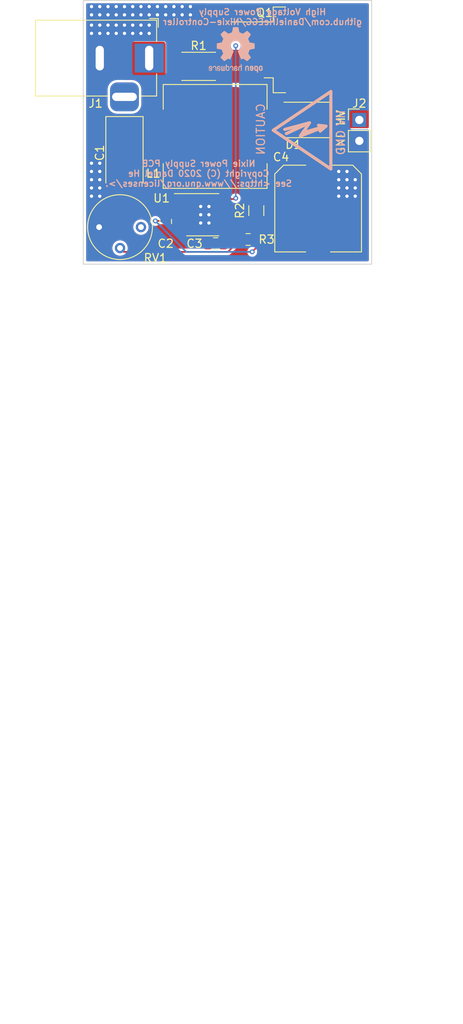
<source format=kicad_pcb>
(kicad_pcb (version 20171130) (host pcbnew "(5.1.5-131-g305ed0b65)-1")

  (general
    (thickness 1.6)
    (drawings 11)
    (tracks 99)
    (zones 0)
    (modules 16)
    (nets 11)
  )

  (page A4)
  (layers
    (0 F.Cu signal)
    (31 B.Cu signal)
    (32 B.Adhes user)
    (33 F.Adhes user)
    (34 B.Paste user)
    (35 F.Paste user)
    (36 B.SilkS user)
    (37 F.SilkS user)
    (38 B.Mask user)
    (39 F.Mask user)
    (40 Dwgs.User user)
    (41 Cmts.User user)
    (42 Eco1.User user)
    (43 Eco2.User user)
    (44 Edge.Cuts user)
    (45 Margin user)
    (46 B.CrtYd user hide)
    (47 F.CrtYd user hide)
    (48 B.Fab user hide)
    (49 F.Fab user hide)
  )

  (setup
    (last_trace_width 0.2032)
    (user_trace_width 2.54)
    (trace_clearance 0.2032)
    (zone_clearance 0.3)
    (zone_45_only no)
    (trace_min 0.2)
    (via_size 0.8)
    (via_drill 0.4)
    (via_min_size 0.4)
    (via_min_drill 0.3)
    (uvia_size 0.3)
    (uvia_drill 0.1)
    (uvias_allowed no)
    (uvia_min_size 0.2)
    (uvia_min_drill 0.1)
    (edge_width 0.1)
    (segment_width 0.2)
    (pcb_text_width 0.3)
    (pcb_text_size 1.5 1.5)
    (mod_edge_width 0.15)
    (mod_text_size 1 1)
    (mod_text_width 0.15)
    (pad_size 1.524 1.524)
    (pad_drill 0.762)
    (pad_to_mask_clearance 0)
    (aux_axis_origin 0 0)
    (visible_elements 7FFFFFFF)
    (pcbplotparams
      (layerselection 0x010fc_ffffffff)
      (usegerberextensions false)
      (usegerberattributes true)
      (usegerberadvancedattributes true)
      (creategerberjobfile false)
      (excludeedgelayer true)
      (linewidth 0.100000)
      (plotframeref false)
      (viasonmask false)
      (mode 1)
      (useauxorigin false)
      (hpglpennumber 1)
      (hpglpenspeed 20)
      (hpglpendiameter 15.000000)
      (psnegative false)
      (psa4output false)
      (plotreference true)
      (plotvalue true)
      (plotinvisibletext false)
      (padsonsilk false)
      (subtractmaskfromsilk false)
      (outputformat 1)
      (mirror false)
      (drillshape 0)
      (scaleselection 1)
      (outputdirectory "../../Fabrication/PowerSupply/"))
  )

  (net 0 "")
  (net 1 +12V)
  (net 2 GND)
  (net 3 "Net-(C3-Pad1)")
  (net 4 +180V)
  (net 5 "Net-(D1-Pad2)")
  (net 6 "Net-(Q1-Pad1)")
  (net 7 "Net-(Q1-Pad3)")
  (net 8 "Net-(R2-Pad2)")
  (net 9 "Net-(R3-Pad2)")
  (net 10 "Net-(RV1-Pad1)")

  (net_class Default "This is the default net class."
    (clearance 0.2032)
    (trace_width 0.2032)
    (via_dia 0.8)
    (via_drill 0.4)
    (uvia_dia 0.3)
    (uvia_drill 0.1)
    (add_net +12V)
    (add_net +180V)
    (add_net GND)
    (add_net "Net-(C3-Pad1)")
    (add_net "Net-(D1-Pad2)")
    (add_net "Net-(Q1-Pad1)")
    (add_net "Net-(Q1-Pad3)")
    (add_net "Net-(R2-Pad2)")
    (add_net "Net-(R3-Pad2)")
    (add_net "Net-(RV1-Pad1)")
  )

  (module Capacitor_SMD:CP_Elec_10x10 (layer F.Cu) (tedit 5EAC452D) (tstamp 5F573E16)
    (at 158.5 97.25 270)
    (descr "SMD capacitor, aluminum electrolytic, Nichicon, 10.0x10.0mm")
    (tags "capacitor electrolytic")
    (path /5E9C4E0A)
    (attr smd)
    (fp_text reference C4 (at -6.25 4.5 180) (layer F.SilkS)
      (effects (font (size 1 1) (thickness 0.15)))
    )
    (fp_text value 10uF,250V (at 0 6.2 270) (layer F.Fab)
      (effects (font (size 1 1) (thickness 0.15)))
    )
    (fp_line (start -6.25 1.5) (end -5.4 1.5) (layer F.CrtYd) (width 0.05))
    (fp_line (start -6.25 -1.5) (end -6.25 1.5) (layer F.CrtYd) (width 0.05))
    (fp_line (start -5.4 -1.5) (end -6.25 -1.5) (layer F.CrtYd) (width 0.05))
    (fp_line (start -5.4 1.5) (end -5.4 4.25) (layer F.CrtYd) (width 0.05))
    (fp_line (start -5.4 -4.25) (end -5.4 -1.5) (layer F.CrtYd) (width 0.05))
    (fp_line (start -5.4 -4.25) (end -4.25 -5.4) (layer F.CrtYd) (width 0.05))
    (fp_line (start -5.4 4.25) (end -4.25 5.4) (layer F.CrtYd) (width 0.05))
    (fp_line (start -4.25 -5.4) (end 5.4 -5.4) (layer F.CrtYd) (width 0.05))
    (fp_line (start -4.25 5.4) (end 5.4 5.4) (layer F.CrtYd) (width 0.05))
    (fp_line (start 5.4 1.5) (end 5.4 5.4) (layer F.CrtYd) (width 0.05))
    (fp_line (start 6.25 1.5) (end 5.4 1.5) (layer F.CrtYd) (width 0.05))
    (fp_line (start 6.25 -1.5) (end 6.25 1.5) (layer F.CrtYd) (width 0.05))
    (fp_line (start 5.4 -1.5) (end 6.25 -1.5) (layer F.CrtYd) (width 0.05))
    (fp_line (start 5.4 -5.4) (end 5.4 -1.5) (layer F.CrtYd) (width 0.05))
    (fp_line (start -5.26 4.195563) (end -4.195563 5.26) (layer F.SilkS) (width 0.12))
    (fp_line (start -5.26 -4.195563) (end -4.195563 -5.26) (layer F.SilkS) (width 0.12))
    (fp_line (start -5.26 -4.195563) (end -5.26 -1.51) (layer F.SilkS) (width 0.12))
    (fp_line (start -5.26 4.195563) (end -5.26 1.51) (layer F.SilkS) (width 0.12))
    (fp_line (start -4.195563 5.26) (end 5.26 5.26) (layer F.SilkS) (width 0.12))
    (fp_line (start -4.195563 -5.26) (end 5.26 -5.26) (layer F.SilkS) (width 0.12))
    (fp_line (start 5.26 -5.26) (end 5.26 -1.51) (layer F.SilkS) (width 0.12))
    (fp_line (start 5.26 5.26) (end 5.26 1.51) (layer F.SilkS) (width 0.12))
    (fp_line (start -4.058325 -2.2) (end -4.058325 -1.2) (layer F.Fab) (width 0.1))
    (fp_line (start -4.558325 -1.7) (end -3.558325 -1.7) (layer F.Fab) (width 0.1))
    (fp_line (start -5.15 4.15) (end -4.15 5.15) (layer F.Fab) (width 0.1))
    (fp_line (start -5.15 -4.15) (end -4.15 -5.15) (layer F.Fab) (width 0.1))
    (fp_line (start -5.15 -4.15) (end -5.15 4.15) (layer F.Fab) (width 0.1))
    (fp_line (start -4.15 5.15) (end 5.15 5.15) (layer F.Fab) (width 0.1))
    (fp_line (start -4.15 -5.15) (end 5.15 -5.15) (layer F.Fab) (width 0.1))
    (fp_line (start 5.15 -5.15) (end 5.15 5.15) (layer F.Fab) (width 0.1))
    (fp_circle (center 0 0) (end 5 0) (layer F.Fab) (width 0.1))
    (fp_text user %R (at 0 0 270) (layer F.Fab)
      (effects (font (size 1 1) (thickness 0.15)))
    )
    (pad 1 smd roundrect (at -4 0 270) (size 4 2.5) (layers F.Cu F.Paste F.Mask) (roundrect_rratio 0.1)
      (net 4 +180V))
    (pad 2 smd roundrect (at 4 0 270) (size 4 2.5) (layers F.Cu F.Paste F.Mask) (roundrect_rratio 0.1)
      (net 2 GND))
    (model ${KISYS3DMOD}/Capacitor_SMD.3dshapes/CP_Elec_10x10.wrl
      (at (xyz 0 0 0))
      (scale (xyz 1 1 1))
      (rotate (xyz 0 0 0))
    )
  )

  (module Symbol:Symbol_HighVoltage_Type2_CopperTop_VerySmall (layer B.Cu) (tedit 5EAC42E3) (tstamp 5F573D00)
    (at 157.25 87.75 270)
    (descr "Symbol, High Voltage, Type 2, Copper Top, Very Small,")
    (tags "Symbol, High Voltage, Type 2, Copper Top, Very Small,")
    (attr virtual)
    (fp_text reference CAUTION (at -0.127 5.715 90) (layer B.SilkS)
      (effects (font (size 1 1) (thickness 0.15)) (justify mirror))
    )
    (fp_text value Symbol_HighVoltage_Type2_CopperTop_VerySmall (at -0.381 -4.572 90) (layer B.Fab)
      (effects (font (size 1 1) (thickness 0.15)) (justify mirror))
    )
    (fp_line (start -0.49784 -2.19964) (end 0.70104 0.89916) (layer B.SilkS) (width 0.381))
    (fp_line (start 0.70104 0.89916) (end 0.1016 0.50038) (layer B.SilkS) (width 0.381))
    (fp_line (start -0.89916 -0.20066) (end 0.40132 2.60096) (layer B.SilkS) (width 0.381))
    (fp_line (start -0.49784 -2.19964) (end 0.1016 -1.50114) (layer B.SilkS) (width 0.381))
    (fp_line (start -0.09906 2.79908) (end -0.89916 -0.20066) (layer B.SilkS) (width 0.381))
    (fp_line (start -0.89916 -0.20066) (end 0.29972 0.59944) (layer B.SilkS) (width 0.381))
    (fp_line (start 0.29972 0.59944) (end -0.49784 -2.19964) (layer B.SilkS) (width 0.381))
    (fp_line (start -0.49784 -2.19964) (end -0.59944 -1.30048) (layer B.SilkS) (width 0.381))
    (fp_line (start 0 4.191) (end 4.699 -2.794) (layer B.SilkS) (width 0.381))
    (fp_line (start 4.699 -2.794) (end -4.699 -2.794) (layer B.SilkS) (width 0.381))
    (fp_line (start -4.699 -2.794) (end 0 4.191) (layer B.SilkS) (width 0.381))
  )

  (module Symbol:OSHW-Logo2_7.3x6mm_SilkScreen (layer B.Cu) (tedit 0) (tstamp 5F573DD1)
    (at 148.5 78 180)
    (descr "Open Source Hardware Symbol")
    (tags "Logo Symbol OSHW")
    (attr virtual)
    (fp_text reference REF** (at 0 0) (layer B.SilkS) hide
      (effects (font (size 1 1) (thickness 0.15)) (justify mirror))
    )
    (fp_text value OSHW-Logo2_7.3x6mm_SilkScreen (at 0.75 0) (layer B.Fab) hide
      (effects (font (size 1 1) (thickness 0.15)) (justify mirror))
    )
    (fp_poly (pts (xy -2.400256 -1.919918) (xy -2.344799 -1.947568) (xy -2.295852 -1.99848) (xy -2.282371 -2.017338)
      (xy -2.267686 -2.042015) (xy -2.258158 -2.068816) (xy -2.252707 -2.104587) (xy -2.250253 -2.156169)
      (xy -2.249714 -2.224267) (xy -2.252148 -2.317588) (xy -2.260606 -2.387657) (xy -2.276826 -2.439931)
      (xy -2.302546 -2.479869) (xy -2.339503 -2.512929) (xy -2.342218 -2.514886) (xy -2.37864 -2.534908)
      (xy -2.422498 -2.544815) (xy -2.478276 -2.547257) (xy -2.568952 -2.547257) (xy -2.56899 -2.635283)
      (xy -2.569834 -2.684308) (xy -2.574976 -2.713065) (xy -2.588413 -2.730311) (xy -2.614142 -2.744808)
      (xy -2.620321 -2.747769) (xy -2.649236 -2.761648) (xy -2.671624 -2.770414) (xy -2.688271 -2.771171)
      (xy -2.699964 -2.761023) (xy -2.70749 -2.737073) (xy -2.711634 -2.696426) (xy -2.713185 -2.636186)
      (xy -2.712929 -2.553455) (xy -2.711651 -2.445339) (xy -2.711252 -2.413) (xy -2.709815 -2.301524)
      (xy -2.708528 -2.228603) (xy -2.569029 -2.228603) (xy -2.568245 -2.290499) (xy -2.56476 -2.330997)
      (xy -2.556876 -2.357708) (xy -2.542895 -2.378244) (xy -2.533403 -2.38826) (xy -2.494596 -2.417567)
      (xy -2.460237 -2.419952) (xy -2.424784 -2.39575) (xy -2.423886 -2.394857) (xy -2.409461 -2.376153)
      (xy -2.400687 -2.350732) (xy -2.396261 -2.311584) (xy -2.394882 -2.251697) (xy -2.394857 -2.23843)
      (xy -2.398188 -2.155901) (xy -2.409031 -2.098691) (xy -2.42866 -2.063766) (xy -2.45835 -2.048094)
      (xy -2.475509 -2.046514) (xy -2.516234 -2.053926) (xy -2.544168 -2.07833) (xy -2.560983 -2.12298)
      (xy -2.56835 -2.19113) (xy -2.569029 -2.228603) (xy -2.708528 -2.228603) (xy -2.708292 -2.215245)
      (xy -2.706323 -2.150333) (xy -2.70355 -2.102958) (xy -2.699612 -2.06929) (xy -2.694151 -2.045498)
      (xy -2.686808 -2.027753) (xy -2.677223 -2.012224) (xy -2.673113 -2.006381) (xy -2.618595 -1.951185)
      (xy -2.549664 -1.91989) (xy -2.469928 -1.911165) (xy -2.400256 -1.919918)) (layer B.SilkS) (width 0.01))
    (fp_poly (pts (xy -1.283907 -1.92778) (xy -1.237328 -1.954723) (xy -1.204943 -1.981466) (xy -1.181258 -2.009484)
      (xy -1.164941 -2.043748) (xy -1.154661 -2.089227) (xy -1.149086 -2.150892) (xy -1.146884 -2.233711)
      (xy -1.146629 -2.293246) (xy -1.146629 -2.512391) (xy -1.208314 -2.540044) (xy -1.27 -2.567697)
      (xy -1.277257 -2.32767) (xy -1.280256 -2.238028) (xy -1.283402 -2.172962) (xy -1.287299 -2.128026)
      (xy -1.292553 -2.09877) (xy -1.299769 -2.080748) (xy -1.30955 -2.069511) (xy -1.312688 -2.067079)
      (xy -1.360239 -2.048083) (xy -1.408303 -2.0556) (xy -1.436914 -2.075543) (xy -1.448553 -2.089675)
      (xy -1.456609 -2.10822) (xy -1.461729 -2.136334) (xy -1.464559 -2.179173) (xy -1.465744 -2.241895)
      (xy -1.465943 -2.307261) (xy -1.465982 -2.389268) (xy -1.467386 -2.447316) (xy -1.472086 -2.486465)
      (xy -1.482013 -2.51178) (xy -1.499097 -2.528323) (xy -1.525268 -2.541156) (xy -1.560225 -2.554491)
      (xy -1.598404 -2.569007) (xy -1.593859 -2.311389) (xy -1.592029 -2.218519) (xy -1.589888 -2.149889)
      (xy -1.586819 -2.100711) (xy -1.582206 -2.066198) (xy -1.575432 -2.041562) (xy -1.565881 -2.022016)
      (xy -1.554366 -2.00477) (xy -1.49881 -1.94968) (xy -1.43102 -1.917822) (xy -1.357287 -1.910191)
      (xy -1.283907 -1.92778)) (layer B.SilkS) (width 0.01))
    (fp_poly (pts (xy -2.958885 -1.921962) (xy -2.890855 -1.957733) (xy -2.840649 -2.015301) (xy -2.822815 -2.052312)
      (xy -2.808937 -2.107882) (xy -2.801833 -2.178096) (xy -2.80116 -2.254727) (xy -2.806573 -2.329552)
      (xy -2.81773 -2.394342) (xy -2.834286 -2.440873) (xy -2.839374 -2.448887) (xy -2.899645 -2.508707)
      (xy -2.971231 -2.544535) (xy -3.048908 -2.55502) (xy -3.127452 -2.53881) (xy -3.149311 -2.529092)
      (xy -3.191878 -2.499143) (xy -3.229237 -2.459433) (xy -3.232768 -2.454397) (xy -3.247119 -2.430124)
      (xy -3.256606 -2.404178) (xy -3.26221 -2.370022) (xy -3.264914 -2.321119) (xy -3.265701 -2.250935)
      (xy -3.265714 -2.2352) (xy -3.265678 -2.230192) (xy -3.120571 -2.230192) (xy -3.119727 -2.29643)
      (xy -3.116404 -2.340386) (xy -3.109417 -2.368779) (xy -3.097584 -2.388325) (xy -3.091543 -2.394857)
      (xy -3.056814 -2.41968) (xy -3.023097 -2.418548) (xy -2.989005 -2.397016) (xy -2.968671 -2.374029)
      (xy -2.956629 -2.340478) (xy -2.949866 -2.287569) (xy -2.949402 -2.281399) (xy -2.948248 -2.185513)
      (xy -2.960312 -2.114299) (xy -2.98543 -2.068194) (xy -3.02344 -2.047635) (xy -3.037008 -2.046514)
      (xy -3.072636 -2.052152) (xy -3.097006 -2.071686) (xy -3.111907 -2.109042) (xy -3.119125 -2.16815)
      (xy -3.120571 -2.230192) (xy -3.265678 -2.230192) (xy -3.265174 -2.160413) (xy -3.262904 -2.108159)
      (xy -3.257932 -2.071949) (xy -3.249287 -2.045299) (xy -3.235995 -2.021722) (xy -3.233057 -2.017338)
      (xy -3.183687 -1.958249) (xy -3.129891 -1.923947) (xy -3.064398 -1.910331) (xy -3.042158 -1.909665)
      (xy -2.958885 -1.921962)) (layer B.SilkS) (width 0.01))
    (fp_poly (pts (xy -1.831697 -1.931239) (xy -1.774473 -1.969735) (xy -1.730251 -2.025335) (xy -1.703833 -2.096086)
      (xy -1.69849 -2.148162) (xy -1.699097 -2.169893) (xy -1.704178 -2.186531) (xy -1.718145 -2.201437)
      (xy -1.745411 -2.217973) (xy -1.790388 -2.239498) (xy -1.857489 -2.269374) (xy -1.857829 -2.269524)
      (xy -1.919593 -2.297813) (xy -1.970241 -2.322933) (xy -2.004596 -2.342179) (xy -2.017482 -2.352848)
      (xy -2.017486 -2.352934) (xy -2.006128 -2.376166) (xy -1.979569 -2.401774) (xy -1.949077 -2.420221)
      (xy -1.93363 -2.423886) (xy -1.891485 -2.411212) (xy -1.855192 -2.379471) (xy -1.837483 -2.344572)
      (xy -1.820448 -2.318845) (xy -1.787078 -2.289546) (xy -1.747851 -2.264235) (xy -1.713244 -2.250471)
      (xy -1.706007 -2.249714) (xy -1.697861 -2.26216) (xy -1.69737 -2.293972) (xy -1.703357 -2.336866)
      (xy -1.714643 -2.382558) (xy -1.73005 -2.422761) (xy -1.730829 -2.424322) (xy -1.777196 -2.489062)
      (xy -1.837289 -2.533097) (xy -1.905535 -2.554711) (xy -1.976362 -2.552185) (xy -2.044196 -2.523804)
      (xy -2.047212 -2.521808) (xy -2.100573 -2.473448) (xy -2.13566 -2.410352) (xy -2.155078 -2.327387)
      (xy -2.157684 -2.304078) (xy -2.162299 -2.194055) (xy -2.156767 -2.142748) (xy -2.017486 -2.142748)
      (xy -2.015676 -2.174753) (xy -2.005778 -2.184093) (xy -1.981102 -2.177105) (xy -1.942205 -2.160587)
      (xy -1.898725 -2.139881) (xy -1.897644 -2.139333) (xy -1.860791 -2.119949) (xy -1.846 -2.107013)
      (xy -1.849647 -2.093451) (xy -1.865005 -2.075632) (xy -1.904077 -2.049845) (xy -1.946154 -2.04795)
      (xy -1.983897 -2.066717) (xy -2.009966 -2.102915) (xy -2.017486 -2.142748) (xy -2.156767 -2.142748)
      (xy -2.152806 -2.106027) (xy -2.12845 -2.036212) (xy -2.094544 -1.987302) (xy -2.033347 -1.937878)
      (xy -1.965937 -1.913359) (xy -1.89712 -1.911797) (xy -1.831697 -1.931239)) (layer B.SilkS) (width 0.01))
    (fp_poly (pts (xy -0.624114 -1.851289) (xy -0.619861 -1.910613) (xy -0.614975 -1.945572) (xy -0.608205 -1.96082)
      (xy -0.598298 -1.961015) (xy -0.595086 -1.959195) (xy -0.552356 -1.946015) (xy -0.496773 -1.946785)
      (xy -0.440263 -1.960333) (xy -0.404918 -1.977861) (xy -0.368679 -2.005861) (xy -0.342187 -2.037549)
      (xy -0.324001 -2.077813) (xy -0.312678 -2.131543) (xy -0.306778 -2.203626) (xy -0.304857 -2.298951)
      (xy -0.304823 -2.317237) (xy -0.3048 -2.522646) (xy -0.350509 -2.53858) (xy -0.382973 -2.54942)
      (xy -0.400785 -2.554468) (xy -0.401309 -2.554514) (xy -0.403063 -2.540828) (xy -0.404556 -2.503076)
      (xy -0.405674 -2.446224) (xy -0.406303 -2.375234) (xy -0.4064 -2.332073) (xy -0.406602 -2.246973)
      (xy -0.407642 -2.185981) (xy -0.410169 -2.144177) (xy -0.414836 -2.116642) (xy -0.422293 -2.098456)
      (xy -0.433189 -2.084698) (xy -0.439993 -2.078073) (xy -0.486728 -2.051375) (xy -0.537728 -2.049375)
      (xy -0.583999 -2.071955) (xy -0.592556 -2.080107) (xy -0.605107 -2.095436) (xy -0.613812 -2.113618)
      (xy -0.619369 -2.139909) (xy -0.622474 -2.179562) (xy -0.623824 -2.237832) (xy -0.624114 -2.318173)
      (xy -0.624114 -2.522646) (xy -0.669823 -2.53858) (xy -0.702287 -2.54942) (xy -0.720099 -2.554468)
      (xy -0.720623 -2.554514) (xy -0.721963 -2.540623) (xy -0.723172 -2.501439) (xy -0.724199 -2.4407)
      (xy -0.724998 -2.362141) (xy -0.725519 -2.269498) (xy -0.725714 -2.166509) (xy -0.725714 -1.769342)
      (xy -0.678543 -1.749444) (xy -0.631371 -1.729547) (xy -0.624114 -1.851289)) (layer B.SilkS) (width 0.01))
    (fp_poly (pts (xy 0.039744 -1.950968) (xy 0.096616 -1.972087) (xy 0.097267 -1.972493) (xy 0.13244 -1.99838)
      (xy 0.158407 -2.028633) (xy 0.17667 -2.068058) (xy 0.188732 -2.121462) (xy 0.196096 -2.193651)
      (xy 0.200264 -2.289432) (xy 0.200629 -2.303078) (xy 0.205876 -2.508842) (xy 0.161716 -2.531678)
      (xy 0.129763 -2.54711) (xy 0.11047 -2.554423) (xy 0.109578 -2.554514) (xy 0.106239 -2.541022)
      (xy 0.103587 -2.504626) (xy 0.101956 -2.451452) (xy 0.1016 -2.408393) (xy 0.101592 -2.338641)
      (xy 0.098403 -2.294837) (xy 0.087288 -2.273944) (xy 0.063501 -2.272925) (xy 0.022296 -2.288741)
      (xy -0.039914 -2.317815) (xy -0.085659 -2.341963) (xy -0.109187 -2.362913) (xy -0.116104 -2.385747)
      (xy -0.116114 -2.386877) (xy -0.104701 -2.426212) (xy -0.070908 -2.447462) (xy -0.019191 -2.450539)
      (xy 0.018061 -2.450006) (xy 0.037703 -2.460735) (xy 0.049952 -2.486505) (xy 0.057002 -2.519337)
      (xy 0.046842 -2.537966) (xy 0.043017 -2.540632) (xy 0.007001 -2.55134) (xy -0.043434 -2.552856)
      (xy -0.095374 -2.545759) (xy -0.132178 -2.532788) (xy -0.183062 -2.489585) (xy -0.211986 -2.429446)
      (xy -0.217714 -2.382462) (xy -0.213343 -2.340082) (xy -0.197525 -2.305488) (xy -0.166203 -2.274763)
      (xy -0.115322 -2.24399) (xy -0.040824 -2.209252) (xy -0.036286 -2.207288) (xy 0.030821 -2.176287)
      (xy 0.072232 -2.150862) (xy 0.089981 -2.128014) (xy 0.086107 -2.104745) (xy 0.062643 -2.078056)
      (xy 0.055627 -2.071914) (xy 0.00863 -2.0481) (xy -0.040067 -2.049103) (xy -0.082478 -2.072451)
      (xy -0.110616 -2.115675) (xy -0.113231 -2.12416) (xy -0.138692 -2.165308) (xy -0.170999 -2.185128)
      (xy -0.217714 -2.20477) (xy -0.217714 -2.15395) (xy -0.203504 -2.080082) (xy -0.161325 -2.012327)
      (xy -0.139376 -1.989661) (xy -0.089483 -1.960569) (xy -0.026033 -1.9474) (xy 0.039744 -1.950968)) (layer B.SilkS) (width 0.01))
    (fp_poly (pts (xy 0.529926 -1.949755) (xy 0.595858 -1.974084) (xy 0.649273 -2.017117) (xy 0.670164 -2.047409)
      (xy 0.692939 -2.102994) (xy 0.692466 -2.143186) (xy 0.668562 -2.170217) (xy 0.659717 -2.174813)
      (xy 0.62153 -2.189144) (xy 0.602028 -2.185472) (xy 0.595422 -2.161407) (xy 0.595086 -2.148114)
      (xy 0.582992 -2.09921) (xy 0.551471 -2.064999) (xy 0.507659 -2.048476) (xy 0.458695 -2.052634)
      (xy 0.418894 -2.074227) (xy 0.40545 -2.086544) (xy 0.395921 -2.101487) (xy 0.389485 -2.124075)
      (xy 0.385317 -2.159328) (xy 0.382597 -2.212266) (xy 0.380502 -2.287907) (xy 0.37996 -2.311857)
      (xy 0.377981 -2.39379) (xy 0.375731 -2.451455) (xy 0.372357 -2.489608) (xy 0.367006 -2.513004)
      (xy 0.358824 -2.526398) (xy 0.346959 -2.534545) (xy 0.339362 -2.538144) (xy 0.307102 -2.550452)
      (xy 0.288111 -2.554514) (xy 0.281836 -2.540948) (xy 0.278006 -2.499934) (xy 0.2766 -2.430999)
      (xy 0.277598 -2.333669) (xy 0.277908 -2.318657) (xy 0.280101 -2.229859) (xy 0.282693 -2.165019)
      (xy 0.286382 -2.119067) (xy 0.291864 -2.086935) (xy 0.299835 -2.063553) (xy 0.310993 -2.043852)
      (xy 0.31683 -2.03541) (xy 0.350296 -1.998057) (xy 0.387727 -1.969003) (xy 0.392309 -1.966467)
      (xy 0.459426 -1.946443) (xy 0.529926 -1.949755)) (layer B.SilkS) (width 0.01))
    (fp_poly (pts (xy 1.190117 -2.065358) (xy 1.189933 -2.173837) (xy 1.189219 -2.257287) (xy 1.187675 -2.319704)
      (xy 1.185001 -2.365085) (xy 1.180894 -2.397429) (xy 1.175055 -2.420733) (xy 1.167182 -2.438995)
      (xy 1.161221 -2.449418) (xy 1.111855 -2.505945) (xy 1.049264 -2.541377) (xy 0.980013 -2.55409)
      (xy 0.910668 -2.542463) (xy 0.869375 -2.521568) (xy 0.826025 -2.485422) (xy 0.796481 -2.441276)
      (xy 0.778655 -2.383462) (xy 0.770463 -2.306313) (xy 0.769302 -2.249714) (xy 0.769458 -2.245647)
      (xy 0.870857 -2.245647) (xy 0.871476 -2.31055) (xy 0.874314 -2.353514) (xy 0.88084 -2.381622)
      (xy 0.892523 -2.401953) (xy 0.906483 -2.417288) (xy 0.953365 -2.44689) (xy 1.003701 -2.449419)
      (xy 1.051276 -2.424705) (xy 1.054979 -2.421356) (xy 1.070783 -2.403935) (xy 1.080693 -2.383209)
      (xy 1.086058 -2.352362) (xy 1.088228 -2.304577) (xy 1.088571 -2.251748) (xy 1.087827 -2.185381)
      (xy 1.084748 -2.141106) (xy 1.078061 -2.112009) (xy 1.066496 -2.091173) (xy 1.057013 -2.080107)
      (xy 1.01296 -2.052198) (xy 0.962224 -2.048843) (xy 0.913796 -2.070159) (xy 0.90445 -2.078073)
      (xy 0.88854 -2.095647) (xy 0.87861 -2.116587) (xy 0.873278 -2.147782) (xy 0.871163 -2.196122)
      (xy 0.870857 -2.245647) (xy 0.769458 -2.245647) (xy 0.77281 -2.158568) (xy 0.784726 -2.090086)
      (xy 0.807135 -2.0386) (xy 0.842124 -1.998443) (xy 0.869375 -1.977861) (xy 0.918907 -1.955625)
      (xy 0.976316 -1.945304) (xy 1.029682 -1.948067) (xy 1.059543 -1.959212) (xy 1.071261 -1.962383)
      (xy 1.079037 -1.950557) (xy 1.084465 -1.918866) (xy 1.088571 -1.870593) (xy 1.093067 -1.816829)
      (xy 1.099313 -1.784482) (xy 1.110676 -1.765985) (xy 1.130528 -1.75377) (xy 1.143 -1.748362)
      (xy 1.190171 -1.728601) (xy 1.190117 -2.065358)) (layer B.SilkS) (width 0.01))
    (fp_poly (pts (xy 1.779833 -1.958663) (xy 1.782048 -1.99685) (xy 1.783784 -2.054886) (xy 1.784899 -2.12818)
      (xy 1.785257 -2.205055) (xy 1.785257 -2.465196) (xy 1.739326 -2.511127) (xy 1.707675 -2.539429)
      (xy 1.67989 -2.550893) (xy 1.641915 -2.550168) (xy 1.62684 -2.548321) (xy 1.579726 -2.542948)
      (xy 1.540756 -2.539869) (xy 1.531257 -2.539585) (xy 1.499233 -2.541445) (xy 1.453432 -2.546114)
      (xy 1.435674 -2.548321) (xy 1.392057 -2.551735) (xy 1.362745 -2.54432) (xy 1.33368 -2.521427)
      (xy 1.323188 -2.511127) (xy 1.277257 -2.465196) (xy 1.277257 -1.978602) (xy 1.314226 -1.961758)
      (xy 1.346059 -1.949282) (xy 1.364683 -1.944914) (xy 1.369458 -1.958718) (xy 1.373921 -1.997286)
      (xy 1.377775 -2.056356) (xy 1.380722 -2.131663) (xy 1.382143 -2.195286) (xy 1.386114 -2.445657)
      (xy 1.420759 -2.450556) (xy 1.452268 -2.447131) (xy 1.467708 -2.436041) (xy 1.472023 -2.415308)
      (xy 1.475708 -2.371145) (xy 1.478469 -2.309146) (xy 1.480012 -2.234909) (xy 1.480235 -2.196706)
      (xy 1.480457 -1.976783) (xy 1.526166 -1.960849) (xy 1.558518 -1.950015) (xy 1.576115 -1.944962)
      (xy 1.576623 -1.944914) (xy 1.578388 -1.958648) (xy 1.580329 -1.99673) (xy 1.582282 -2.054482)
      (xy 1.584084 -2.127227) (xy 1.585343 -2.195286) (xy 1.589314 -2.445657) (xy 1.6764 -2.445657)
      (xy 1.680396 -2.21724) (xy 1.684392 -1.988822) (xy 1.726847 -1.966868) (xy 1.758192 -1.951793)
      (xy 1.776744 -1.944951) (xy 1.777279 -1.944914) (xy 1.779833 -1.958663)) (layer B.SilkS) (width 0.01))
    (fp_poly (pts (xy 2.144876 -1.956335) (xy 2.186667 -1.975344) (xy 2.219469 -1.998378) (xy 2.243503 -2.024133)
      (xy 2.260097 -2.057358) (xy 2.270577 -2.1028) (xy 2.276271 -2.165207) (xy 2.278507 -2.249327)
      (xy 2.278743 -2.304721) (xy 2.278743 -2.520826) (xy 2.241774 -2.53767) (xy 2.212656 -2.549981)
      (xy 2.198231 -2.554514) (xy 2.195472 -2.541025) (xy 2.193282 -2.504653) (xy 2.191942 -2.451542)
      (xy 2.191657 -2.409372) (xy 2.190434 -2.348447) (xy 2.187136 -2.300115) (xy 2.182321 -2.270518)
      (xy 2.178496 -2.264229) (xy 2.152783 -2.270652) (xy 2.112418 -2.287125) (xy 2.065679 -2.309458)
      (xy 2.020845 -2.333457) (xy 1.986193 -2.35493) (xy 1.970002 -2.369685) (xy 1.969938 -2.369845)
      (xy 1.97133 -2.397152) (xy 1.983818 -2.423219) (xy 2.005743 -2.444392) (xy 2.037743 -2.451474)
      (xy 2.065092 -2.450649) (xy 2.103826 -2.450042) (xy 2.124158 -2.459116) (xy 2.136369 -2.483092)
      (xy 2.137909 -2.487613) (xy 2.143203 -2.521806) (xy 2.129047 -2.542568) (xy 2.092148 -2.552462)
      (xy 2.052289 -2.554292) (xy 1.980562 -2.540727) (xy 1.943432 -2.521355) (xy 1.897576 -2.475845)
      (xy 1.873256 -2.419983) (xy 1.871073 -2.360957) (xy 1.891629 -2.305953) (xy 1.922549 -2.271486)
      (xy 1.95342 -2.252189) (xy 2.001942 -2.227759) (xy 2.058485 -2.202985) (xy 2.06791 -2.199199)
      (xy 2.130019 -2.171791) (xy 2.165822 -2.147634) (xy 2.177337 -2.123619) (xy 2.16658 -2.096635)
      (xy 2.148114 -2.075543) (xy 2.104469 -2.049572) (xy 2.056446 -2.047624) (xy 2.012406 -2.067637)
      (xy 1.980709 -2.107551) (xy 1.976549 -2.117848) (xy 1.952327 -2.155724) (xy 1.916965 -2.183842)
      (xy 1.872343 -2.206917) (xy 1.872343 -2.141485) (xy 1.874969 -2.101506) (xy 1.88623 -2.069997)
      (xy 1.911199 -2.036378) (xy 1.935169 -2.010484) (xy 1.972441 -1.973817) (xy 2.001401 -1.954121)
      (xy 2.032505 -1.94622) (xy 2.067713 -1.944914) (xy 2.144876 -1.956335)) (layer B.SilkS) (width 0.01))
    (fp_poly (pts (xy 2.6526 -1.958752) (xy 2.669948 -1.966334) (xy 2.711356 -1.999128) (xy 2.746765 -2.046547)
      (xy 2.768664 -2.097151) (xy 2.772229 -2.122098) (xy 2.760279 -2.156927) (xy 2.734067 -2.175357)
      (xy 2.705964 -2.186516) (xy 2.693095 -2.188572) (xy 2.686829 -2.173649) (xy 2.674456 -2.141175)
      (xy 2.669028 -2.126502) (xy 2.63859 -2.075744) (xy 2.59452 -2.050427) (xy 2.53801 -2.051206)
      (xy 2.533825 -2.052203) (xy 2.503655 -2.066507) (xy 2.481476 -2.094393) (xy 2.466327 -2.139287)
      (xy 2.45725 -2.204615) (xy 2.453286 -2.293804) (xy 2.452914 -2.341261) (xy 2.45273 -2.416071)
      (xy 2.451522 -2.467069) (xy 2.448309 -2.499471) (xy 2.442109 -2.518495) (xy 2.43194 -2.529356)
      (xy 2.416819 -2.537272) (xy 2.415946 -2.53767) (xy 2.386828 -2.549981) (xy 2.372403 -2.554514)
      (xy 2.370186 -2.540809) (xy 2.368289 -2.502925) (xy 2.366847 -2.445715) (xy 2.365998 -2.374027)
      (xy 2.365829 -2.321565) (xy 2.366692 -2.220047) (xy 2.37007 -2.143032) (xy 2.377142 -2.086023)
      (xy 2.389088 -2.044526) (xy 2.40709 -2.014043) (xy 2.432327 -1.99008) (xy 2.457247 -1.973355)
      (xy 2.517171 -1.951097) (xy 2.586911 -1.946076) (xy 2.6526 -1.958752)) (layer B.SilkS) (width 0.01))
    (fp_poly (pts (xy 3.153595 -1.966966) (xy 3.211021 -2.004497) (xy 3.238719 -2.038096) (xy 3.260662 -2.099064)
      (xy 3.262405 -2.147308) (xy 3.258457 -2.211816) (xy 3.109686 -2.276934) (xy 3.037349 -2.310202)
      (xy 2.990084 -2.336964) (xy 2.965507 -2.360144) (xy 2.961237 -2.382667) (xy 2.974889 -2.407455)
      (xy 2.989943 -2.423886) (xy 3.033746 -2.450235) (xy 3.081389 -2.452081) (xy 3.125145 -2.431546)
      (xy 3.157289 -2.390752) (xy 3.163038 -2.376347) (xy 3.190576 -2.331356) (xy 3.222258 -2.312182)
      (xy 3.265714 -2.295779) (xy 3.265714 -2.357966) (xy 3.261872 -2.400283) (xy 3.246823 -2.435969)
      (xy 3.21528 -2.476943) (xy 3.210592 -2.482267) (xy 3.175506 -2.51872) (xy 3.145347 -2.538283)
      (xy 3.107615 -2.547283) (xy 3.076335 -2.55023) (xy 3.020385 -2.550965) (xy 2.980555 -2.54166)
      (xy 2.955708 -2.527846) (xy 2.916656 -2.497467) (xy 2.889625 -2.464613) (xy 2.872517 -2.423294)
      (xy 2.863238 -2.367521) (xy 2.859693 -2.291305) (xy 2.85941 -2.252622) (xy 2.860372 -2.206247)
      (xy 2.948007 -2.206247) (xy 2.949023 -2.231126) (xy 2.951556 -2.2352) (xy 2.968274 -2.229665)
      (xy 3.004249 -2.215017) (xy 3.052331 -2.19419) (xy 3.062386 -2.189714) (xy 3.123152 -2.158814)
      (xy 3.156632 -2.131657) (xy 3.16399 -2.10622) (xy 3.146391 -2.080481) (xy 3.131856 -2.069109)
      (xy 3.07941 -2.046364) (xy 3.030322 -2.050122) (xy 2.989227 -2.077884) (xy 2.960758 -2.127152)
      (xy 2.951631 -2.166257) (xy 2.948007 -2.206247) (xy 2.860372 -2.206247) (xy 2.861285 -2.162249)
      (xy 2.868196 -2.095384) (xy 2.881884 -2.046695) (xy 2.904096 -2.010849) (xy 2.936574 -1.982513)
      (xy 2.950733 -1.973355) (xy 3.015053 -1.949507) (xy 3.085473 -1.948006) (xy 3.153595 -1.966966)) (layer B.SilkS) (width 0.01))
    (fp_poly (pts (xy 0.10391 2.757652) (xy 0.182454 2.757222) (xy 0.239298 2.756058) (xy 0.278105 2.753793)
      (xy 0.302538 2.75006) (xy 0.316262 2.744494) (xy 0.32294 2.736727) (xy 0.326236 2.726395)
      (xy 0.326556 2.725057) (xy 0.331562 2.700921) (xy 0.340829 2.653299) (xy 0.353392 2.587259)
      (xy 0.368287 2.507872) (xy 0.384551 2.420204) (xy 0.385119 2.417125) (xy 0.40141 2.331211)
      (xy 0.416652 2.255304) (xy 0.429861 2.193955) (xy 0.440054 2.151718) (xy 0.446248 2.133145)
      (xy 0.446543 2.132816) (xy 0.464788 2.123747) (xy 0.502405 2.108633) (xy 0.551271 2.090738)
      (xy 0.551543 2.090642) (xy 0.613093 2.067507) (xy 0.685657 2.038035) (xy 0.754057 2.008403)
      (xy 0.757294 2.006938) (xy 0.868702 1.956374) (xy 1.115399 2.12484) (xy 1.191077 2.176197)
      (xy 1.259631 2.222111) (xy 1.317088 2.25997) (xy 1.359476 2.287163) (xy 1.382825 2.301079)
      (xy 1.385042 2.302111) (xy 1.40201 2.297516) (xy 1.433701 2.275345) (xy 1.481352 2.234553)
      (xy 1.546198 2.174095) (xy 1.612397 2.109773) (xy 1.676214 2.046388) (xy 1.733329 1.988549)
      (xy 1.780305 1.939825) (xy 1.813703 1.90379) (xy 1.830085 1.884016) (xy 1.830694 1.882998)
      (xy 1.832505 1.869428) (xy 1.825683 1.847267) (xy 1.80854 1.813522) (xy 1.779393 1.7652)
      (xy 1.736555 1.699308) (xy 1.679448 1.614483) (xy 1.628766 1.539823) (xy 1.583461 1.47286)
      (xy 1.54615 1.417484) (xy 1.519452 1.37758) (xy 1.505985 1.357038) (xy 1.505137 1.355644)
      (xy 1.506781 1.335962) (xy 1.519245 1.297707) (xy 1.540048 1.248111) (xy 1.547462 1.232272)
      (xy 1.579814 1.16171) (xy 1.614328 1.081647) (xy 1.642365 1.012371) (xy 1.662568 0.960955)
      (xy 1.678615 0.921881) (xy 1.687888 0.901459) (xy 1.689041 0.899886) (xy 1.706096 0.897279)
      (xy 1.746298 0.890137) (xy 1.804302 0.879477) (xy 1.874763 0.866315) (xy 1.952335 0.851667)
      (xy 2.031672 0.836551) (xy 2.107431 0.821982) (xy 2.174264 0.808978) (xy 2.226828 0.798555)
      (xy 2.259776 0.79173) (xy 2.267857 0.789801) (xy 2.276205 0.785038) (xy 2.282506 0.774282)
      (xy 2.287045 0.753902) (xy 2.290104 0.720266) (xy 2.291967 0.669745) (xy 2.292918 0.598708)
      (xy 2.29324 0.503524) (xy 2.293257 0.464508) (xy 2.293257 0.147201) (xy 2.217057 0.132161)
      (xy 2.174663 0.124005) (xy 2.1114 0.112101) (xy 2.034962 0.097884) (xy 1.953043 0.08279)
      (xy 1.9304 0.078645) (xy 1.854806 0.063947) (xy 1.788953 0.049495) (xy 1.738366 0.036625)
      (xy 1.708574 0.026678) (xy 1.703612 0.023713) (xy 1.691426 0.002717) (xy 1.673953 -0.037967)
      (xy 1.654577 -0.090322) (xy 1.650734 -0.1016) (xy 1.625339 -0.171523) (xy 1.593817 -0.250418)
      (xy 1.562969 -0.321266) (xy 1.562817 -0.321595) (xy 1.511447 -0.432733) (xy 1.680399 -0.681253)
      (xy 1.849352 -0.929772) (xy 1.632429 -1.147058) (xy 1.566819 -1.211726) (xy 1.506979 -1.268733)
      (xy 1.456267 -1.315033) (xy 1.418046 -1.347584) (xy 1.395675 -1.363343) (xy 1.392466 -1.364343)
      (xy 1.373626 -1.356469) (xy 1.33518 -1.334578) (xy 1.28133 -1.301267) (xy 1.216276 -1.259131)
      (xy 1.14594 -1.211943) (xy 1.074555 -1.16381) (xy 1.010908 -1.121928) (xy 0.959041 -1.088871)
      (xy 0.922995 -1.067218) (xy 0.906867 -1.059543) (xy 0.887189 -1.066037) (xy 0.849875 -1.08315)
      (xy 0.802621 -1.107326) (xy 0.797612 -1.110013) (xy 0.733977 -1.141927) (xy 0.690341 -1.157579)
      (xy 0.663202 -1.157745) (xy 0.649057 -1.143204) (xy 0.648975 -1.143) (xy 0.641905 -1.125779)
      (xy 0.625042 -1.084899) (xy 0.599695 -1.023525) (xy 0.567171 -0.944819) (xy 0.528778 -0.851947)
      (xy 0.485822 -0.748072) (xy 0.444222 -0.647502) (xy 0.398504 -0.536516) (xy 0.356526 -0.433703)
      (xy 0.319548 -0.342215) (xy 0.288827 -0.265201) (xy 0.265622 -0.205815) (xy 0.25119 -0.167209)
      (xy 0.246743 -0.1528) (xy 0.257896 -0.136272) (xy 0.287069 -0.10993) (xy 0.325971 -0.080887)
      (xy 0.436757 0.010961) (xy 0.523351 0.116241) (xy 0.584716 0.232734) (xy 0.619815 0.358224)
      (xy 0.627608 0.490493) (xy 0.621943 0.551543) (xy 0.591078 0.678205) (xy 0.53792 0.790059)
      (xy 0.465767 0.885999) (xy 0.377917 0.964924) (xy 0.277665 1.02573) (xy 0.16831 1.067313)
      (xy 0.053147 1.088572) (xy -0.064525 1.088401) (xy -0.18141 1.065699) (xy -0.294211 1.019362)
      (xy -0.399631 0.948287) (xy -0.443632 0.908089) (xy -0.528021 0.804871) (xy -0.586778 0.692075)
      (xy -0.620296 0.57299) (xy -0.628965 0.450905) (xy -0.613177 0.329107) (xy -0.573322 0.210884)
      (xy -0.509793 0.099525) (xy -0.422979 -0.001684) (xy -0.325971 -0.080887) (xy -0.285563 -0.111162)
      (xy -0.257018 -0.137219) (xy -0.246743 -0.152825) (xy -0.252123 -0.169843) (xy -0.267425 -0.2105)
      (xy -0.291388 -0.271642) (xy -0.322756 -0.350119) (xy -0.360268 -0.44278) (xy -0.402667 -0.546472)
      (xy -0.444337 -0.647526) (xy -0.49031 -0.758607) (xy -0.532893 -0.861541) (xy -0.570779 -0.953165)
      (xy -0.60266 -1.030316) (xy -0.627229 -1.089831) (xy -0.64318 -1.128544) (xy -0.64909 -1.143)
      (xy -0.663052 -1.157685) (xy -0.69006 -1.157642) (xy -0.733587 -1.142099) (xy -0.79711 -1.110284)
      (xy -0.797612 -1.110013) (xy -0.84544 -1.085323) (xy -0.884103 -1.067338) (xy -0.905905 -1.059614)
      (xy -0.906867 -1.059543) (xy -0.923279 -1.067378) (xy -0.959513 -1.089165) (xy -1.011526 -1.122328)
      (xy -1.075275 -1.164291) (xy -1.14594 -1.211943) (xy -1.217884 -1.260191) (xy -1.282726 -1.302151)
      (xy -1.336265 -1.335227) (xy -1.374303 -1.356821) (xy -1.392467 -1.364343) (xy -1.409192 -1.354457)
      (xy -1.44282 -1.326826) (xy -1.48999 -1.284495) (xy -1.547342 -1.230505) (xy -1.611516 -1.167899)
      (xy -1.632503 -1.146983) (xy -1.849501 -0.929623) (xy -1.684332 -0.68722) (xy -1.634136 -0.612781)
      (xy -1.590081 -0.545972) (xy -1.554638 -0.490665) (xy -1.530281 -0.450729) (xy -1.519478 -0.430036)
      (xy -1.519162 -0.428563) (xy -1.524857 -0.409058) (xy -1.540174 -0.369822) (xy -1.562463 -0.31743)
      (xy -1.578107 -0.282355) (xy -1.607359 -0.215201) (xy -1.634906 -0.147358) (xy -1.656263 -0.090034)
      (xy -1.662065 -0.072572) (xy -1.678548 -0.025938) (xy -1.69466 0.010095) (xy -1.70351 0.023713)
      (xy -1.72304 0.032048) (xy -1.765666 0.043863) (xy -1.825855 0.057819) (xy -1.898078 0.072578)
      (xy -1.9304 0.078645) (xy -2.012478 0.093727) (xy -2.091205 0.108331) (xy -2.158891 0.12102)
      (xy -2.20784 0.130358) (xy -2.217057 0.132161) (xy -2.293257 0.147201) (xy -2.293257 0.464508)
      (xy -2.293086 0.568846) (xy -2.292384 0.647787) (xy -2.290866 0.704962) (xy -2.288251 0.744001)
      (xy -2.284254 0.768535) (xy -2.278591 0.782195) (xy -2.27098 0.788611) (xy -2.267857 0.789801)
      (xy -2.249022 0.79402) (xy -2.207412 0.802438) (xy -2.14837 0.814039) (xy -2.077243 0.827805)
      (xy -1.999375 0.84272) (xy -1.920113 0.857768) (xy -1.844802 0.871931) (xy -1.778787 0.884194)
      (xy -1.727413 0.893539) (xy -1.696025 0.89895) (xy -1.689041 0.899886) (xy -1.682715 0.912404)
      (xy -1.66871 0.945754) (xy -1.649645 0.993623) (xy -1.642366 1.012371) (xy -1.613004 1.084805)
      (xy -1.578429 1.16483) (xy -1.547463 1.232272) (xy -1.524677 1.283841) (xy -1.509518 1.326215)
      (xy -1.504458 1.352166) (xy -1.505264 1.355644) (xy -1.515959 1.372064) (xy -1.54038 1.408583)
      (xy -1.575905 1.461313) (xy -1.619913 1.526365) (xy -1.669783 1.599849) (xy -1.679644 1.614355)
      (xy -1.737508 1.700296) (xy -1.780044 1.765739) (xy -1.808946 1.813696) (xy -1.82591 1.84718)
      (xy -1.832633 1.869205) (xy -1.83081 1.882783) (xy -1.830764 1.882869) (xy -1.816414 1.900703)
      (xy -1.784677 1.935183) (xy -1.73899 1.982732) (xy -1.682796 2.039778) (xy -1.619532 2.102745)
      (xy -1.612398 2.109773) (xy -1.53267 2.18698) (xy -1.471143 2.24367) (xy -1.426579 2.28089)
      (xy -1.397743 2.299685) (xy -1.385042 2.302111) (xy -1.366506 2.291529) (xy -1.328039 2.267084)
      (xy -1.273614 2.231388) (xy -1.207202 2.187053) (xy -1.132775 2.136689) (xy -1.115399 2.12484)
      (xy -0.868703 1.956374) (xy -0.757294 2.006938) (xy -0.689543 2.036405) (xy -0.616817 2.066041)
      (xy -0.554297 2.08967) (xy -0.551543 2.090642) (xy -0.50264 2.108543) (xy -0.464943 2.12368)
      (xy -0.446575 2.13279) (xy -0.446544 2.132816) (xy -0.440715 2.149283) (xy -0.430808 2.189781)
      (xy -0.417805 2.249758) (xy -0.402691 2.32466) (xy -0.386448 2.409936) (xy -0.385119 2.417125)
      (xy -0.368825 2.504986) (xy -0.353867 2.58474) (xy -0.341209 2.651319) (xy -0.331814 2.699653)
      (xy -0.326646 2.724675) (xy -0.326556 2.725057) (xy -0.323411 2.735701) (xy -0.317296 2.743738)
      (xy -0.304547 2.749533) (xy -0.2815 2.753453) (xy -0.244491 2.755865) (xy -0.189856 2.757135)
      (xy -0.113933 2.757629) (xy -0.013056 2.757714) (xy 0 2.757714) (xy 0.10391 2.757652)) (layer B.SilkS) (width 0.01))
  )

  (module Connector_PinHeader_2.54mm:PinHeader_1x02_P2.54mm_Vertical (layer F.Cu) (tedit 59FED5CC) (tstamp 5F573D67)
    (at 163.5 86.5)
    (descr "Through hole straight pin header, 1x02, 2.54mm pitch, single row")
    (tags "Through hole pin header THT 1x02 2.54mm single row")
    (path /5EAC58FE)
    (fp_text reference J2 (at 0 -2) (layer F.SilkS)
      (effects (font (size 1 1) (thickness 0.15)))
    )
    (fp_text value Conn_01x02_Male (at 0 4.87) (layer F.Fab)
      (effects (font (size 1 1) (thickness 0.15)))
    )
    (fp_line (start 1.8 -1.8) (end -1.8 -1.8) (layer F.CrtYd) (width 0.05))
    (fp_line (start 1.8 4.35) (end 1.8 -1.8) (layer F.CrtYd) (width 0.05))
    (fp_line (start -1.8 4.35) (end 1.8 4.35) (layer F.CrtYd) (width 0.05))
    (fp_line (start -1.8 -1.8) (end -1.8 4.35) (layer F.CrtYd) (width 0.05))
    (fp_line (start -1.33 -1.33) (end 0 -1.33) (layer F.SilkS) (width 0.12))
    (fp_line (start -1.33 0) (end -1.33 -1.33) (layer F.SilkS) (width 0.12))
    (fp_line (start -1.33 1.27) (end 1.33 1.27) (layer F.SilkS) (width 0.12))
    (fp_line (start 1.33 1.27) (end 1.33 3.87) (layer F.SilkS) (width 0.12))
    (fp_line (start -1.33 1.27) (end -1.33 3.87) (layer F.SilkS) (width 0.12))
    (fp_line (start -1.33 3.87) (end 1.33 3.87) (layer F.SilkS) (width 0.12))
    (fp_line (start -1.27 -0.635) (end -0.635 -1.27) (layer F.Fab) (width 0.1))
    (fp_line (start -1.27 3.81) (end -1.27 -0.635) (layer F.Fab) (width 0.1))
    (fp_line (start 1.27 3.81) (end -1.27 3.81) (layer F.Fab) (width 0.1))
    (fp_line (start 1.27 -1.27) (end 1.27 3.81) (layer F.Fab) (width 0.1))
    (fp_line (start -0.635 -1.27) (end 1.27 -1.27) (layer F.Fab) (width 0.1))
    (fp_text user %R (at 0 1.27 90) (layer F.Fab)
      (effects (font (size 1 1) (thickness 0.15)))
    )
    (pad 1 thru_hole rect (at 0 0) (size 1.7 1.7) (drill 1) (layers *.Cu *.Mask)
      (net 4 +180V))
    (pad 2 thru_hole oval (at 0 2.54) (size 1.7 1.7) (drill 1) (layers *.Cu *.Mask)
      (net 2 GND))
    (model ${KISYS3DMOD}/Connector_PinHeader_2.54mm.3dshapes/PinHeader_1x02_P2.54mm_Vertical.wrl
      (at (xyz 0 0 0))
      (scale (xyz 1 1 1))
      (rotate (xyz 0 0 0))
    )
  )

  (module Connector_BarrelJack:BarrelJack_Horizontal (layer F.Cu) (tedit 5A1DBF6A) (tstamp 5F573CAE)
    (at 138 79)
    (descr "DC Barrel Jack")
    (tags "Power Jack")
    (path /5EAC3814)
    (fp_text reference J1 (at -6.5 5.5) (layer F.SilkS)
      (effects (font (size 1 1) (thickness 0.15)))
    )
    (fp_text value Barrel_Jack (at -6.2 -5.5) (layer F.Fab)
      (effects (font (size 1 1) (thickness 0.15)))
    )
    (fp_line (start 0 -4.5) (end -13.7 -4.5) (layer F.Fab) (width 0.1))
    (fp_line (start 0.8 4.5) (end 0.8 -3.75) (layer F.Fab) (width 0.1))
    (fp_line (start -13.7 4.5) (end 0.8 4.5) (layer F.Fab) (width 0.1))
    (fp_line (start -13.7 -4.5) (end -13.7 4.5) (layer F.Fab) (width 0.1))
    (fp_line (start -10.2 -4.5) (end -10.2 4.5) (layer F.Fab) (width 0.1))
    (fp_line (start 0.9 -4.6) (end 0.9 -2) (layer F.SilkS) (width 0.12))
    (fp_line (start -13.8 -4.6) (end 0.9 -4.6) (layer F.SilkS) (width 0.12))
    (fp_line (start 0.9 4.6) (end -1 4.6) (layer F.SilkS) (width 0.12))
    (fp_line (start 0.9 1.9) (end 0.9 4.6) (layer F.SilkS) (width 0.12))
    (fp_line (start -13.8 4.6) (end -13.8 -4.6) (layer F.SilkS) (width 0.12))
    (fp_line (start -5 4.6) (end -13.8 4.6) (layer F.SilkS) (width 0.12))
    (fp_line (start -14 4.75) (end -14 -4.75) (layer F.CrtYd) (width 0.05))
    (fp_line (start -5 4.75) (end -14 4.75) (layer F.CrtYd) (width 0.05))
    (fp_line (start -5 6.75) (end -5 4.75) (layer F.CrtYd) (width 0.05))
    (fp_line (start -1 6.75) (end -5 6.75) (layer F.CrtYd) (width 0.05))
    (fp_line (start -1 4.75) (end -1 6.75) (layer F.CrtYd) (width 0.05))
    (fp_line (start 1 4.75) (end -1 4.75) (layer F.CrtYd) (width 0.05))
    (fp_line (start 1 2) (end 1 4.75) (layer F.CrtYd) (width 0.05))
    (fp_line (start 2 2) (end 1 2) (layer F.CrtYd) (width 0.05))
    (fp_line (start 2 -2) (end 2 2) (layer F.CrtYd) (width 0.05))
    (fp_line (start 1 -2) (end 2 -2) (layer F.CrtYd) (width 0.05))
    (fp_line (start 1 -4.5) (end 1 -2) (layer F.CrtYd) (width 0.05))
    (fp_line (start 1 -4.75) (end -14 -4.75) (layer F.CrtYd) (width 0.05))
    (fp_line (start 1 -4.5) (end 1 -4.75) (layer F.CrtYd) (width 0.05))
    (fp_line (start 0.05 -4.8) (end 1.1 -4.8) (layer F.SilkS) (width 0.12))
    (fp_line (start 1.1 -3.75) (end 1.1 -4.8) (layer F.SilkS) (width 0.12))
    (fp_line (start -0.003213 -4.505425) (end 0.8 -3.75) (layer F.Fab) (width 0.1))
    (fp_text user %R (at -3 -2.95) (layer F.Fab)
      (effects (font (size 1 1) (thickness 0.15)))
    )
    (pad 1 thru_hole rect (at 0 0) (size 3.5 3.5) (drill oval 1 3) (layers *.Cu *.Mask)
      (net 1 +12V))
    (pad 2 thru_hole roundrect (at -6 0) (size 3 3.5) (drill oval 1 3) (layers *.Cu *.Mask) (roundrect_rratio 0.25)
      (net 2 GND))
    (pad 3 thru_hole roundrect (at -3 4.7) (size 3.5 3.5) (drill oval 3 1) (layers *.Cu *.Mask) (roundrect_rratio 0.25))
    (model ${KISYS3DMOD}/Connector_BarrelJack.3dshapes/BarrelJack_Horizontal.wrl
      (at (xyz 0 0 0))
      (scale (xyz 1 1 1))
      (rotate (xyz 0 0 0))
    )
  )

  (module Capacitor_Tantalum_SMD:CP_EIA-7343-31_Kemet-D (layer F.Cu) (tedit 5B301BBE) (tstamp 5F573D2E)
    (at 135 90.5 270)
    (descr "Tantalum Capacitor SMD Kemet-D (7343-31 Metric), IPC_7351 nominal, (Body size from: http://www.kemet.com/Lists/ProductCatalog/Attachments/253/KEM_TC101_STD.pdf), generated with kicad-footprint-generator")
    (tags "capacitor tantalum")
    (path /5E9916BB)
    (attr smd)
    (fp_text reference C1 (at 0 3 90) (layer F.SilkS)
      (effects (font (size 1 1) (thickness 0.15)))
    )
    (fp_text value "100uF,Low ESR" (at 0 3.1 90) (layer F.Fab)
      (effects (font (size 1 1) (thickness 0.15)))
    )
    (fp_line (start 4.4 2.4) (end -4.4 2.4) (layer F.CrtYd) (width 0.05))
    (fp_line (start 4.4 -2.4) (end 4.4 2.4) (layer F.CrtYd) (width 0.05))
    (fp_line (start -4.4 -2.4) (end 4.4 -2.4) (layer F.CrtYd) (width 0.05))
    (fp_line (start -4.4 2.4) (end -4.4 -2.4) (layer F.CrtYd) (width 0.05))
    (fp_line (start -4.41 2.26) (end 3.65 2.26) (layer F.SilkS) (width 0.12))
    (fp_line (start -4.41 -2.26) (end -4.41 2.26) (layer F.SilkS) (width 0.12))
    (fp_line (start 3.65 -2.26) (end -4.41 -2.26) (layer F.SilkS) (width 0.12))
    (fp_line (start 3.65 2.15) (end 3.65 -2.15) (layer F.Fab) (width 0.1))
    (fp_line (start -3.65 2.15) (end 3.65 2.15) (layer F.Fab) (width 0.1))
    (fp_line (start -3.65 -1.15) (end -3.65 2.15) (layer F.Fab) (width 0.1))
    (fp_line (start -2.65 -2.15) (end -3.65 -1.15) (layer F.Fab) (width 0.1))
    (fp_line (start 3.65 -2.15) (end -2.65 -2.15) (layer F.Fab) (width 0.1))
    (fp_text user %R (at 0 0 90) (layer F.Fab)
      (effects (font (size 1 1) (thickness 0.15)))
    )
    (pad 1 smd roundrect (at -3.1125 0 270) (size 2.075 2.55) (layers F.Cu F.Paste F.Mask) (roundrect_rratio 0.120482)
      (net 1 +12V))
    (pad 2 smd roundrect (at 3.1125 0 270) (size 2.075 2.55) (layers F.Cu F.Paste F.Mask) (roundrect_rratio 0.120482)
      (net 2 GND))
    (model ${KISYS3DMOD}/Capacitor_Tantalum_SMD.3dshapes/CP_EIA-7343-31_Kemet-D.wrl
      (at (xyz 0 0 0))
      (scale (xyz 1 1 1))
      (rotate (xyz 0 0 0))
    )
  )

  (module Capacitor_SMD:C_0805_2012Metric (layer F.Cu) (tedit 5B36C52B) (tstamp 5F573F1E)
    (at 140 98.8125 270)
    (descr "Capacitor SMD 0805 (2012 Metric), square (rectangular) end terminal, IPC_7351 nominal, (Body size source: https://docs.google.com/spreadsheets/d/1BsfQQcO9C6DZCsRaXUlFlo91Tg2WpOkGARC1WS5S8t0/edit?usp=sharing), generated with kicad-footprint-generator")
    (tags capacitor)
    (path /5E973416)
    (attr smd)
    (fp_text reference C2 (at 2.6875 0 180) (layer F.SilkS)
      (effects (font (size 1 1) (thickness 0.15)))
    )
    (fp_text value 100nF (at 0 1.65 90) (layer F.Fab)
      (effects (font (size 1 1) (thickness 0.15)))
    )
    (fp_line (start -1 0.6) (end -1 -0.6) (layer F.Fab) (width 0.1))
    (fp_line (start -1 -0.6) (end 1 -0.6) (layer F.Fab) (width 0.1))
    (fp_line (start 1 -0.6) (end 1 0.6) (layer F.Fab) (width 0.1))
    (fp_line (start 1 0.6) (end -1 0.6) (layer F.Fab) (width 0.1))
    (fp_line (start -0.258578 -0.71) (end 0.258578 -0.71) (layer F.SilkS) (width 0.12))
    (fp_line (start -0.258578 0.71) (end 0.258578 0.71) (layer F.SilkS) (width 0.12))
    (fp_line (start -1.68 0.95) (end -1.68 -0.95) (layer F.CrtYd) (width 0.05))
    (fp_line (start -1.68 -0.95) (end 1.68 -0.95) (layer F.CrtYd) (width 0.05))
    (fp_line (start 1.68 -0.95) (end 1.68 0.95) (layer F.CrtYd) (width 0.05))
    (fp_line (start 1.68 0.95) (end -1.68 0.95) (layer F.CrtYd) (width 0.05))
    (fp_text user %R (at 0 0 90) (layer F.Fab)
      (effects (font (size 0.5 0.5) (thickness 0.08)))
    )
    (pad 2 smd roundrect (at 0.9375 0 270) (size 0.975 1.4) (layers F.Cu F.Paste F.Mask) (roundrect_rratio 0.25)
      (net 2 GND))
    (pad 1 smd roundrect (at -0.9375 0 270) (size 0.975 1.4) (layers F.Cu F.Paste F.Mask) (roundrect_rratio 0.25)
      (net 1 +12V))
    (model ${KISYS3DMOD}/Capacitor_SMD.3dshapes/C_0805_2012Metric.wrl
      (at (xyz 0 0 0))
      (scale (xyz 1 1 1))
      (rotate (xyz 0 0 0))
    )
  )

  (module Capacitor_SMD:C_0805_2012Metric (layer F.Cu) (tedit 5B36C52B) (tstamp 5F573DA1)
    (at 146.0625 101.5 180)
    (descr "Capacitor SMD 0805 (2012 Metric), square (rectangular) end terminal, IPC_7351 nominal, (Body size source: https://docs.google.com/spreadsheets/d/1BsfQQcO9C6DZCsRaXUlFlo91Tg2WpOkGARC1WS5S8t0/edit?usp=sharing), generated with kicad-footprint-generator")
    (tags capacitor)
    (path /5E983885)
    (attr smd)
    (fp_text reference C3 (at 2.5625 0) (layer F.SilkS)
      (effects (font (size 1 1) (thickness 0.15)))
    )
    (fp_text value 100nF (at 0 1.65) (layer F.Fab)
      (effects (font (size 1 1) (thickness 0.15)))
    )
    (fp_line (start 1.68 0.95) (end -1.68 0.95) (layer F.CrtYd) (width 0.05))
    (fp_line (start 1.68 -0.95) (end 1.68 0.95) (layer F.CrtYd) (width 0.05))
    (fp_line (start -1.68 -0.95) (end 1.68 -0.95) (layer F.CrtYd) (width 0.05))
    (fp_line (start -1.68 0.95) (end -1.68 -0.95) (layer F.CrtYd) (width 0.05))
    (fp_line (start -0.258578 0.71) (end 0.258578 0.71) (layer F.SilkS) (width 0.12))
    (fp_line (start -0.258578 -0.71) (end 0.258578 -0.71) (layer F.SilkS) (width 0.12))
    (fp_line (start 1 0.6) (end -1 0.6) (layer F.Fab) (width 0.1))
    (fp_line (start 1 -0.6) (end 1 0.6) (layer F.Fab) (width 0.1))
    (fp_line (start -1 -0.6) (end 1 -0.6) (layer F.Fab) (width 0.1))
    (fp_line (start -1 0.6) (end -1 -0.6) (layer F.Fab) (width 0.1))
    (fp_text user %R (at 0 0) (layer F.Fab)
      (effects (font (size 0.5 0.5) (thickness 0.08)))
    )
    (pad 1 smd roundrect (at -0.9375 0 180) (size 0.975 1.4) (layers F.Cu F.Paste F.Mask) (roundrect_rratio 0.25)
      (net 3 "Net-(C3-Pad1)"))
    (pad 2 smd roundrect (at 0.9375 0 180) (size 0.975 1.4) (layers F.Cu F.Paste F.Mask) (roundrect_rratio 0.25)
      (net 2 GND))
    (model ${KISYS3DMOD}/Capacitor_SMD.3dshapes/C_0805_2012Metric.wrl
      (at (xyz 0 0 0))
      (scale (xyz 1 1 1))
      (rotate (xyz 0 0 0))
    )
  )

  (module Diode_SMD:D_SMB (layer F.Cu) (tedit 58645DF3) (tstamp 5F573EE0)
    (at 156.5 86.5 180)
    (descr "Diode SMB (DO-214AA)")
    (tags "Diode SMB (DO-214AA)")
    (path /5E9A444B)
    (attr smd)
    (fp_text reference D1 (at 1 -3) (layer F.SilkS)
      (effects (font (size 1 1) (thickness 0.15)))
    )
    (fp_text value "300V, 2A, Fast Trr" (at 0 3.1) (layer F.Fab)
      (effects (font (size 1 1) (thickness 0.15)))
    )
    (fp_line (start -3.55 -2.15) (end 2.15 -2.15) (layer F.SilkS) (width 0.12))
    (fp_line (start -3.55 2.15) (end 2.15 2.15) (layer F.SilkS) (width 0.12))
    (fp_line (start -0.64944 0.00102) (end 0.50118 -0.79908) (layer F.Fab) (width 0.1))
    (fp_line (start -0.64944 0.00102) (end 0.50118 0.75032) (layer F.Fab) (width 0.1))
    (fp_line (start 0.50118 0.75032) (end 0.50118 -0.79908) (layer F.Fab) (width 0.1))
    (fp_line (start -0.64944 -0.79908) (end -0.64944 0.80112) (layer F.Fab) (width 0.1))
    (fp_line (start 0.50118 0.00102) (end 1.4994 0.00102) (layer F.Fab) (width 0.1))
    (fp_line (start -0.64944 0.00102) (end -1.55114 0.00102) (layer F.Fab) (width 0.1))
    (fp_line (start -3.65 2.25) (end -3.65 -2.25) (layer F.CrtYd) (width 0.05))
    (fp_line (start 3.65 2.25) (end -3.65 2.25) (layer F.CrtYd) (width 0.05))
    (fp_line (start 3.65 -2.25) (end 3.65 2.25) (layer F.CrtYd) (width 0.05))
    (fp_line (start -3.65 -2.25) (end 3.65 -2.25) (layer F.CrtYd) (width 0.05))
    (fp_line (start 2.3 -2) (end -2.3 -2) (layer F.Fab) (width 0.1))
    (fp_line (start 2.3 -2) (end 2.3 2) (layer F.Fab) (width 0.1))
    (fp_line (start -2.3 2) (end -2.3 -2) (layer F.Fab) (width 0.1))
    (fp_line (start 2.3 2) (end -2.3 2) (layer F.Fab) (width 0.1))
    (fp_line (start -3.55 -2.15) (end -3.55 2.15) (layer F.SilkS) (width 0.12))
    (fp_text user %R (at 0 -3) (layer F.Fab)
      (effects (font (size 1 1) (thickness 0.15)))
    )
    (pad 1 smd rect (at -2.15 0 180) (size 2.5 2.3) (layers F.Cu F.Paste F.Mask)
      (net 4 +180V))
    (pad 2 smd rect (at 2.15 0 180) (size 2.5 2.3) (layers F.Cu F.Paste F.Mask)
      (net 5 "Net-(D1-Pad2)"))
    (model ${KISYS3DMOD}/Diode_SMD.3dshapes/D_SMB.wrl
      (at (xyz 0 0 0))
      (scale (xyz 1 1 1))
      (rotate (xyz 0 0 0))
    )
  )

  (module Inductor_SMD:L_12x12mm_H4.5mm (layer F.Cu) (tedit 5990349B) (tstamp 5F573F8C)
    (at 146 88.5)
    (descr "Choke, SMD, 12x12mm 4.5mm height")
    (tags "Choke SMD")
    (path /5E99D1A2)
    (attr smd)
    (fp_text reference L1 (at -7.5 4.5) (layer F.SilkS)
      (effects (font (size 1 1) (thickness 0.15)))
    )
    (fp_text value 100uH,2A (at 0 8.89) (layer F.Fab)
      (effects (font (size 1 1) (thickness 0.15)))
    )
    (fp_circle (center -2.1 3) (end -1.8 3.25) (layer F.Fab) (width 0.1))
    (fp_circle (center 0 0) (end 0.15 0.15) (layer F.Adhes) (width 0.38))
    (fp_circle (center 0 0) (end 0.55 0) (layer F.Adhes) (width 0.38))
    (fp_circle (center 0 0) (end 0.9 0) (layer F.Adhes) (width 0.38))
    (fp_line (start 6.2 -6.2) (end 6.2 -3.3) (layer F.Fab) (width 0.1))
    (fp_line (start -6.2 -6.2) (end -6.2 -3.3) (layer F.Fab) (width 0.1))
    (fp_line (start 6.2 -6.2) (end -6.2 -6.2) (layer F.Fab) (width 0.1))
    (fp_line (start 6.2 6.2) (end 6.2 3.3) (layer F.Fab) (width 0.1))
    (fp_line (start -6.2 6.2) (end 6.2 6.2) (layer F.Fab) (width 0.1))
    (fp_line (start -6.2 3.3) (end -6.2 6.2) (layer F.Fab) (width 0.1))
    (fp_line (start -5 -3.5) (end -4.8 -3.2) (layer F.Fab) (width 0.1))
    (fp_line (start -5.1 -4) (end -5 -3.5) (layer F.Fab) (width 0.1))
    (fp_line (start -4.9 -4.5) (end -5.1 -4) (layer F.Fab) (width 0.1))
    (fp_line (start -4.6 -4.8) (end -4.9 -4.5) (layer F.Fab) (width 0.1))
    (fp_line (start -4.2 -5) (end -4.6 -4.8) (layer F.Fab) (width 0.1))
    (fp_line (start -3.7 -5.1) (end -4.2 -5) (layer F.Fab) (width 0.1))
    (fp_line (start -3.3 -4.9) (end -3.7 -5.1) (layer F.Fab) (width 0.1))
    (fp_line (start -3 -4.7) (end -3.3 -4.9) (layer F.Fab) (width 0.1))
    (fp_line (start -2.6 -4.9) (end -3 -4.7) (layer F.Fab) (width 0.1))
    (fp_line (start -1.7 -5.3) (end -2.6 -4.9) (layer F.Fab) (width 0.1))
    (fp_line (start -0.8 -5.5) (end -1.7 -5.3) (layer F.Fab) (width 0.1))
    (fp_line (start 0 -5.6) (end -0.8 -5.5) (layer F.Fab) (width 0.1))
    (fp_line (start 0.9 -5.5) (end 0 -5.6) (layer F.Fab) (width 0.1))
    (fp_line (start 1.7 -5.3) (end 0.9 -5.5) (layer F.Fab) (width 0.1))
    (fp_line (start 2.2 -5.1) (end 1.7 -5.3) (layer F.Fab) (width 0.1))
    (fp_line (start 2.6 -4.9) (end 2.2 -5.1) (layer F.Fab) (width 0.1))
    (fp_line (start 3 -4.6) (end 2.6 -4.9) (layer F.Fab) (width 0.1))
    (fp_line (start 3.3 -4.9) (end 3 -4.6) (layer F.Fab) (width 0.1))
    (fp_line (start 3.6 -5) (end 3.3 -4.9) (layer F.Fab) (width 0.1))
    (fp_line (start 3.9 -5.1) (end 3.6 -5) (layer F.Fab) (width 0.1))
    (fp_line (start 4.2 -5.1) (end 3.9 -5.1) (layer F.Fab) (width 0.1))
    (fp_line (start 4.5 -4.9) (end 4.2 -5.1) (layer F.Fab) (width 0.1))
    (fp_line (start 4.8 -4.7) (end 4.5 -4.9) (layer F.Fab) (width 0.1))
    (fp_line (start 5 -4.3) (end 4.8 -4.7) (layer F.Fab) (width 0.1))
    (fp_line (start 5.1 -4) (end 5 -4.3) (layer F.Fab) (width 0.1))
    (fp_line (start 5 -3.6) (end 5.1 -4) (layer F.Fab) (width 0.1))
    (fp_line (start 4.9 -3.3) (end 5 -3.6) (layer F.Fab) (width 0.1))
    (fp_line (start -5 3.6) (end -4.8 3.2) (layer F.Fab) (width 0.1))
    (fp_line (start -5.1 4.1) (end -5 3.6) (layer F.Fab) (width 0.1))
    (fp_line (start -4.9 4.6) (end -5.1 4.1) (layer F.Fab) (width 0.1))
    (fp_line (start -4.6 4.8) (end -4.9 4.6) (layer F.Fab) (width 0.1))
    (fp_line (start -4.3 5) (end -4.6 4.8) (layer F.Fab) (width 0.1))
    (fp_line (start -3.9 5.1) (end -4.3 5) (layer F.Fab) (width 0.1))
    (fp_line (start -3.3 4.9) (end -3.9 5.1) (layer F.Fab) (width 0.1))
    (fp_line (start -3 4.7) (end -3.3 4.9) (layer F.Fab) (width 0.1))
    (fp_line (start -2.6 4.9) (end -3 4.7) (layer F.Fab) (width 0.1))
    (fp_line (start -2.1 5.1) (end -2.6 4.9) (layer F.Fab) (width 0.1))
    (fp_line (start -1.5 5.3) (end -2.1 5.1) (layer F.Fab) (width 0.1))
    (fp_line (start -0.6 5.5) (end -1.5 5.3) (layer F.Fab) (width 0.1))
    (fp_line (start 0.6 5.5) (end -0.6 5.5) (layer F.Fab) (width 0.1))
    (fp_line (start 1.6 5.3) (end 0.6 5.5) (layer F.Fab) (width 0.1))
    (fp_line (start 2.4 5) (end 1.6 5.3) (layer F.Fab) (width 0.1))
    (fp_line (start 3 4.6) (end 2.4 5) (layer F.Fab) (width 0.1))
    (fp_line (start 3.1 4.7) (end 3 4.6) (layer F.Fab) (width 0.1))
    (fp_line (start 3.5 5) (end 3.1 4.7) (layer F.Fab) (width 0.1))
    (fp_line (start 4 5.1) (end 3.5 5) (layer F.Fab) (width 0.1))
    (fp_line (start 4.5 5) (end 4 5.1) (layer F.Fab) (width 0.1))
    (fp_line (start 4.8 4.6) (end 4.5 5) (layer F.Fab) (width 0.1))
    (fp_line (start 5 4.3) (end 4.8 4.6) (layer F.Fab) (width 0.1))
    (fp_line (start 5.1 3.8) (end 5 4.3) (layer F.Fab) (width 0.1))
    (fp_line (start 5 3.4) (end 5.1 3.8) (layer F.Fab) (width 0.1))
    (fp_line (start 4.9 3.3) (end 5 3.4) (layer F.Fab) (width 0.1))
    (fp_line (start -6.86 6.6) (end -6.86 -6.6) (layer F.CrtYd) (width 0.05))
    (fp_line (start 6.86 6.6) (end -6.86 6.6) (layer F.CrtYd) (width 0.05))
    (fp_line (start 6.86 -6.6) (end 6.86 6.6) (layer F.CrtYd) (width 0.05))
    (fp_line (start -6.86 -6.6) (end 6.86 -6.6) (layer F.CrtYd) (width 0.05))
    (fp_line (start 6.3 -6.3) (end 6.3 -3.3) (layer F.SilkS) (width 0.12))
    (fp_line (start -6.3 -6.3) (end 6.3 -6.3) (layer F.SilkS) (width 0.12))
    (fp_line (start -6.3 -3.3) (end -6.3 -6.3) (layer F.SilkS) (width 0.12))
    (fp_line (start -6.3 6.3) (end -6.3 3.3) (layer F.SilkS) (width 0.12))
    (fp_line (start 6.3 6.3) (end -6.3 6.3) (layer F.SilkS) (width 0.12))
    (fp_line (start 6.3 3.3) (end 6.3 6.3) (layer F.SilkS) (width 0.12))
    (fp_text user %R (at 0 0) (layer F.Fab)
      (effects (font (size 1 1) (thickness 0.15)))
    )
    (pad 1 smd rect (at -4.95 0) (size 2.9 5.4) (layers F.Cu F.Paste F.Mask)
      (net 1 +12V))
    (pad 2 smd rect (at 4.95 0) (size 2.9 5.4) (layers F.Cu F.Paste F.Mask)
      (net 5 "Net-(D1-Pad2)"))
    (model ${KISYS3DMOD}/Inductor_SMD.3dshapes/L_12x12mm_H4.5mm.wrl
      (at (xyz 0 0 0))
      (scale (xyz 1 1 1))
      (rotate (xyz 0 0 0))
    )
  )

  (module Package_TO_SOT_SMD:TO-263-2 (layer F.Cu) (tedit 5A70FB7B) (tstamp 5F573E83)
    (at 156 78)
    (descr "TO-263 / D2PAK / DDPAK SMD package, http://www.infineon.com/cms/en/product/packages/PG-TO263/PG-TO263-3-1/")
    (tags "D2PAK DDPAK TO-263 D2PAK-3 TO-263-3 SOT-404")
    (path /5E9975E6)
    (attr smd)
    (fp_text reference Q1 (at -4 -4.5) (layer F.SilkS)
      (effects (font (size 1 1) (thickness 0.15)))
    )
    (fp_text value IRF644 (at 0 6.65) (layer F.Fab)
      (effects (font (size 1 1) (thickness 0.15)))
    )
    (fp_line (start 8.32 -5.65) (end -8.32 -5.65) (layer F.CrtYd) (width 0.05))
    (fp_line (start 8.32 5.65) (end 8.32 -5.65) (layer F.CrtYd) (width 0.05))
    (fp_line (start -8.32 5.65) (end 8.32 5.65) (layer F.CrtYd) (width 0.05))
    (fp_line (start -8.32 -5.65) (end -8.32 5.65) (layer F.CrtYd) (width 0.05))
    (fp_line (start -2.95 3.39) (end -4.05 3.39) (layer F.SilkS) (width 0.12))
    (fp_line (start -2.95 5.2) (end -2.95 3.39) (layer F.SilkS) (width 0.12))
    (fp_line (start -1.45 5.2) (end -2.95 5.2) (layer F.SilkS) (width 0.12))
    (fp_line (start -2.95 -3.39) (end -8.075 -3.39) (layer F.SilkS) (width 0.12))
    (fp_line (start -2.95 -5.2) (end -2.95 -3.39) (layer F.SilkS) (width 0.12))
    (fp_line (start -1.45 -5.2) (end -2.95 -5.2) (layer F.SilkS) (width 0.12))
    (fp_line (start -7.45 3.04) (end -2.75 3.04) (layer F.Fab) (width 0.1))
    (fp_line (start -7.45 2.04) (end -7.45 3.04) (layer F.Fab) (width 0.1))
    (fp_line (start -2.75 2.04) (end -7.45 2.04) (layer F.Fab) (width 0.1))
    (fp_line (start -7.45 -2.04) (end -2.75 -2.04) (layer F.Fab) (width 0.1))
    (fp_line (start -7.45 -3.04) (end -7.45 -2.04) (layer F.Fab) (width 0.1))
    (fp_line (start -2.75 -3.04) (end -7.45 -3.04) (layer F.Fab) (width 0.1))
    (fp_line (start -1.75 -5) (end 6.5 -5) (layer F.Fab) (width 0.1))
    (fp_line (start -2.75 -4) (end -1.75 -5) (layer F.Fab) (width 0.1))
    (fp_line (start -2.75 5) (end -2.75 -4) (layer F.Fab) (width 0.1))
    (fp_line (start 6.5 5) (end -2.75 5) (layer F.Fab) (width 0.1))
    (fp_line (start 6.5 -5) (end 6.5 5) (layer F.Fab) (width 0.1))
    (fp_line (start 7.5 5) (end 6.5 5) (layer F.Fab) (width 0.1))
    (fp_line (start 7.5 -5) (end 7.5 5) (layer F.Fab) (width 0.1))
    (fp_line (start 6.5 -5) (end 7.5 -5) (layer F.Fab) (width 0.1))
    (fp_text user %R (at 0 0) (layer F.Fab)
      (effects (font (size 1 1) (thickness 0.15)))
    )
    (pad 1 smd rect (at -5.775 -2.54) (size 4.6 1.1) (layers F.Cu F.Paste F.Mask)
      (net 6 "Net-(Q1-Pad1)"))
    (pad 3 smd rect (at -5.775 2.54) (size 4.6 1.1) (layers F.Cu F.Paste F.Mask)
      (net 7 "Net-(Q1-Pad3)"))
    (pad 2 smd rect (at 3.375 0) (size 9.4 10.8) (layers F.Cu F.Mask)
      (net 5 "Net-(D1-Pad2)"))
    (pad "" smd rect (at 5.8 2.775) (size 4.55 5.25) (layers F.Paste))
    (pad "" smd rect (at 0.95 -2.775) (size 4.55 5.25) (layers F.Paste))
    (pad "" smd rect (at 5.8 -2.775) (size 4.55 5.25) (layers F.Paste))
    (pad "" smd rect (at 0.95 2.775) (size 4.55 5.25) (layers F.Paste))
    (model ${KISYS3DMOD}/Package_TO_SOT_SMD.3dshapes/TO-263-2.wrl
      (at (xyz 0 0 0))
      (scale (xyz 1 1 1))
      (rotate (xyz 0 0 0))
    )
  )

  (module Resistor_SMD:R_2512_6332Metric (layer F.Cu) (tedit 5B301BBD) (tstamp 5F5741DC)
    (at 144 80 180)
    (descr "Resistor SMD 2512 (6332 Metric), square (rectangular) end terminal, IPC_7351 nominal, (Body size source: http://www.tortai-tech.com/upload/download/2011102023233369053.pdf), generated with kicad-footprint-generator")
    (tags resistor)
    (path /5E9A0847)
    (attr smd)
    (fp_text reference R1 (at 0 2.5) (layer F.SilkS)
      (effects (font (size 1 1) (thickness 0.15)))
    )
    (fp_text value 0.05,1W (at 0 2.62) (layer F.Fab)
      (effects (font (size 1 1) (thickness 0.15)))
    )
    (fp_line (start 3.82 1.92) (end -3.82 1.92) (layer F.CrtYd) (width 0.05))
    (fp_line (start 3.82 -1.92) (end 3.82 1.92) (layer F.CrtYd) (width 0.05))
    (fp_line (start -3.82 -1.92) (end 3.82 -1.92) (layer F.CrtYd) (width 0.05))
    (fp_line (start -3.82 1.92) (end -3.82 -1.92) (layer F.CrtYd) (width 0.05))
    (fp_line (start -2.052064 1.71) (end 2.052064 1.71) (layer F.SilkS) (width 0.12))
    (fp_line (start -2.052064 -1.71) (end 2.052064 -1.71) (layer F.SilkS) (width 0.12))
    (fp_line (start 3.15 1.6) (end -3.15 1.6) (layer F.Fab) (width 0.1))
    (fp_line (start 3.15 -1.6) (end 3.15 1.6) (layer F.Fab) (width 0.1))
    (fp_line (start -3.15 -1.6) (end 3.15 -1.6) (layer F.Fab) (width 0.1))
    (fp_line (start -3.15 1.6) (end -3.15 -1.6) (layer F.Fab) (width 0.1))
    (fp_text user %R (at 0 0) (layer F.Fab)
      (effects (font (size 1 1) (thickness 0.15)))
    )
    (pad 1 smd roundrect (at -2.9 0 180) (size 1.35 3.35) (layers F.Cu F.Paste F.Mask) (roundrect_rratio 0.185185)
      (net 7 "Net-(Q1-Pad3)"))
    (pad 2 smd roundrect (at 2.9 0 180) (size 1.35 3.35) (layers F.Cu F.Paste F.Mask) (roundrect_rratio 0.185185)
      (net 2 GND))
    (model ${KISYS3DMOD}/Resistor_SMD.3dshapes/R_2512_6332Metric.wrl
      (at (xyz 0 0 0))
      (scale (xyz 1 1 1))
      (rotate (xyz 0 0 0))
    )
  )

  (module Resistor_SMD:R_1206_3216Metric (layer F.Cu) (tedit 5B301BBD) (tstamp 5F57420C)
    (at 151 97.5 270)
    (descr "Resistor SMD 1206 (3216 Metric), square (rectangular) end terminal, IPC_7351 nominal, (Body size source: http://www.tortai-tech.com/upload/download/2011102023233369053.pdf), generated with kicad-footprint-generator")
    (tags resistor)
    (path /5E9A675E)
    (attr smd)
    (fp_text reference R2 (at 0 2 90) (layer F.SilkS)
      (effects (font (size 1 1) (thickness 0.15)))
    )
    (fp_text value 1M2,250V (at 0 1.82 90) (layer F.Fab)
      (effects (font (size 1 1) (thickness 0.15)))
    )
    (fp_line (start 2.28 1.12) (end -2.28 1.12) (layer F.CrtYd) (width 0.05))
    (fp_line (start 2.28 -1.12) (end 2.28 1.12) (layer F.CrtYd) (width 0.05))
    (fp_line (start -2.28 -1.12) (end 2.28 -1.12) (layer F.CrtYd) (width 0.05))
    (fp_line (start -2.28 1.12) (end -2.28 -1.12) (layer F.CrtYd) (width 0.05))
    (fp_line (start -0.602064 0.91) (end 0.602064 0.91) (layer F.SilkS) (width 0.12))
    (fp_line (start -0.602064 -0.91) (end 0.602064 -0.91) (layer F.SilkS) (width 0.12))
    (fp_line (start 1.6 0.8) (end -1.6 0.8) (layer F.Fab) (width 0.1))
    (fp_line (start 1.6 -0.8) (end 1.6 0.8) (layer F.Fab) (width 0.1))
    (fp_line (start -1.6 -0.8) (end 1.6 -0.8) (layer F.Fab) (width 0.1))
    (fp_line (start -1.6 0.8) (end -1.6 -0.8) (layer F.Fab) (width 0.1))
    (fp_text user %R (at 0 0 90) (layer F.Fab)
      (effects (font (size 0.8 0.8) (thickness 0.12)))
    )
    (pad 1 smd roundrect (at -1.4 0 270) (size 1.25 1.75) (layers F.Cu F.Paste F.Mask) (roundrect_rratio 0.2)
      (net 4 +180V))
    (pad 2 smd roundrect (at 1.4 0 270) (size 1.25 1.75) (layers F.Cu F.Paste F.Mask) (roundrect_rratio 0.2)
      (net 8 "Net-(R2-Pad2)"))
    (model ${KISYS3DMOD}/Resistor_SMD.3dshapes/R_1206_3216Metric.wrl
      (at (xyz 0 0 0))
      (scale (xyz 1 1 1))
      (rotate (xyz 0 0 0))
    )
  )

  (module Resistor_SMD:R_0805_2012Metric (layer F.Cu) (tedit 5B36C52B) (tstamp 5F574047)
    (at 150 101 180)
    (descr "Resistor SMD 0805 (2012 Metric), square (rectangular) end terminal, IPC_7351 nominal, (Body size source: https://docs.google.com/spreadsheets/d/1BsfQQcO9C6DZCsRaXUlFlo91Tg2WpOkGARC1WS5S8t0/edit?usp=sharing), generated with kicad-footprint-generator")
    (tags resistor)
    (path /5E9B141C)
    (attr smd)
    (fp_text reference R3 (at -2.25 0) (layer F.SilkS)
      (effects (font (size 1 1) (thickness 0.15)))
    )
    (fp_text value 10K (at 0 1.65) (layer F.Fab)
      (effects (font (size 1 1) (thickness 0.15)))
    )
    (fp_line (start 1.68 0.95) (end -1.68 0.95) (layer F.CrtYd) (width 0.05))
    (fp_line (start 1.68 -0.95) (end 1.68 0.95) (layer F.CrtYd) (width 0.05))
    (fp_line (start -1.68 -0.95) (end 1.68 -0.95) (layer F.CrtYd) (width 0.05))
    (fp_line (start -1.68 0.95) (end -1.68 -0.95) (layer F.CrtYd) (width 0.05))
    (fp_line (start -0.258578 0.71) (end 0.258578 0.71) (layer F.SilkS) (width 0.12))
    (fp_line (start -0.258578 -0.71) (end 0.258578 -0.71) (layer F.SilkS) (width 0.12))
    (fp_line (start 1 0.6) (end -1 0.6) (layer F.Fab) (width 0.1))
    (fp_line (start 1 -0.6) (end 1 0.6) (layer F.Fab) (width 0.1))
    (fp_line (start -1 -0.6) (end 1 -0.6) (layer F.Fab) (width 0.1))
    (fp_line (start -1 0.6) (end -1 -0.6) (layer F.Fab) (width 0.1))
    (fp_text user %R (at 0 0) (layer F.Fab)
      (effects (font (size 0.5 0.5) (thickness 0.08)))
    )
    (pad 1 smd roundrect (at -0.9375 0 180) (size 0.975 1.4) (layers F.Cu F.Paste F.Mask) (roundrect_rratio 0.25)
      (net 8 "Net-(R2-Pad2)"))
    (pad 2 smd roundrect (at 0.9375 0 180) (size 0.975 1.4) (layers F.Cu F.Paste F.Mask) (roundrect_rratio 0.25)
      (net 9 "Net-(R3-Pad2)"))
    (model ${KISYS3DMOD}/Resistor_SMD.3dshapes/R_0805_2012Metric.wrl
      (at (xyz 0 0 0))
      (scale (xyz 1 1 1))
      (rotate (xyz 0 0 0))
    )
  )

  (module Potentiometer_THT:Potentiometer_Bourns_3339P_Vertical (layer F.Cu) (tedit 5A3D4993) (tstamp 5F5740C2)
    (at 137 99.5 90)
    (descr "Potentiometer, vertical, Bourns 3339P, http://www.bourns.com/docs/Product-Datasheets/3339.pdf")
    (tags "Potentiometer vertical Bourns 3339P")
    (path /5ECA1871)
    (fp_text reference RV1 (at -3.75 1.75 180) (layer F.SilkS)
      (effects (font (size 1 1) (thickness 0.15)))
    )
    (fp_text value 10K (at 0 2.52 90) (layer F.Fab)
      (effects (font (size 1 1) (thickness 0.15)))
    )
    (fp_line (start 4.1 -6.6) (end -4.1 -6.6) (layer F.CrtYd) (width 0.05))
    (fp_line (start 4.1 1.55) (end 4.1 -6.6) (layer F.CrtYd) (width 0.05))
    (fp_line (start -4.1 1.55) (end 4.1 1.55) (layer F.CrtYd) (width 0.05))
    (fp_line (start -4.1 -6.6) (end -4.1 1.55) (layer F.CrtYd) (width 0.05))
    (fp_line (start 0 -0.064) (end 0.001 -5.014) (layer F.Fab) (width 0.1))
    (fp_line (start 0 -0.064) (end 0.001 -5.014) (layer F.Fab) (width 0.1))
    (fp_circle (center 0 -2.54) (end 3.93 -2.54) (layer F.SilkS) (width 0.12))
    (fp_circle (center 0 -2.54) (end 2.5 -2.54) (layer F.Fab) (width 0.1))
    (fp_circle (center 0 -2.54) (end 3.81 -2.54) (layer F.Fab) (width 0.1))
    (fp_text user %R (at -3.018 -2.54) (layer F.Fab)
      (effects (font (size 0.66 0.66) (thickness 0.15)))
    )
    (pad 3 thru_hole circle (at 0 -5.08 90) (size 1.26 1.26) (drill 0.7) (layers *.Cu *.Mask)
      (net 2 GND))
    (pad 2 thru_hole circle (at -2.54 -2.54 90) (size 1.26 1.26) (drill 0.7) (layers *.Cu *.Mask)
      (net 9 "Net-(R3-Pad2)"))
    (pad 1 thru_hole circle (at 0 0 90) (size 1.26 1.26) (drill 0.7) (layers *.Cu *.Mask)
      (net 10 "Net-(RV1-Pad1)"))
    (model ${KISYS3DMOD}/Potentiometer_THT.3dshapes/Potentiometer_Bourns_3339P_Vertical.wrl
      (at (xyz 0 0 0))
      (scale (xyz 1 1 1))
      (rotate (xyz 0 0 0))
    )
  )

  (module Package_SO:SOIC-8_3.9x4.9mm_P1.27mm (layer F.Cu) (tedit 5C97300E) (tstamp 5F574080)
    (at 144.5 98)
    (descr "SOIC, 8 Pin (JEDEC MS-012AA, https://www.analog.com/media/en/package-pcb-resources/package/pkg_pdf/soic_narrow-r/r_8.pdf), generated with kicad-footprint-generator ipc_gullwing_generator.py")
    (tags "SOIC SO")
    (path /5E97B278)
    (attr smd)
    (fp_text reference U1 (at -5 -2) (layer F.SilkS)
      (effects (font (size 1 1) (thickness 0.15)))
    )
    (fp_text value MAX1771 (at 0 3.4) (layer F.Fab)
      (effects (font (size 1 1) (thickness 0.15)))
    )
    (fp_line (start 3.7 -2.7) (end -3.7 -2.7) (layer F.CrtYd) (width 0.05))
    (fp_line (start 3.7 2.7) (end 3.7 -2.7) (layer F.CrtYd) (width 0.05))
    (fp_line (start -3.7 2.7) (end 3.7 2.7) (layer F.CrtYd) (width 0.05))
    (fp_line (start -3.7 -2.7) (end -3.7 2.7) (layer F.CrtYd) (width 0.05))
    (fp_line (start -1.95 -1.475) (end -0.975 -2.45) (layer F.Fab) (width 0.1))
    (fp_line (start -1.95 2.45) (end -1.95 -1.475) (layer F.Fab) (width 0.1))
    (fp_line (start 1.95 2.45) (end -1.95 2.45) (layer F.Fab) (width 0.1))
    (fp_line (start 1.95 -2.45) (end 1.95 2.45) (layer F.Fab) (width 0.1))
    (fp_line (start -0.975 -2.45) (end 1.95 -2.45) (layer F.Fab) (width 0.1))
    (fp_line (start 0 -2.56) (end -3.45 -2.56) (layer F.SilkS) (width 0.12))
    (fp_line (start 0 -2.56) (end 1.95 -2.56) (layer F.SilkS) (width 0.12))
    (fp_line (start 0 2.56) (end -1.95 2.56) (layer F.SilkS) (width 0.12))
    (fp_line (start 0 2.56) (end 1.95 2.56) (layer F.SilkS) (width 0.12))
    (fp_text user %R (at 0 0) (layer F.Fab)
      (effects (font (size 0.98 0.98) (thickness 0.15)))
    )
    (pad 1 smd roundrect (at -2.475 -1.905) (size 1.95 0.6) (layers F.Cu F.Paste F.Mask) (roundrect_rratio 0.25)
      (net 6 "Net-(Q1-Pad1)"))
    (pad 2 smd roundrect (at -2.475 -0.635) (size 1.95 0.6) (layers F.Cu F.Paste F.Mask) (roundrect_rratio 0.25)
      (net 1 +12V))
    (pad 3 smd roundrect (at -2.475 0.635) (size 1.95 0.6) (layers F.Cu F.Paste F.Mask) (roundrect_rratio 0.25)
      (net 8 "Net-(R2-Pad2)"))
    (pad 4 smd roundrect (at -2.475 1.905) (size 1.95 0.6) (layers F.Cu F.Paste F.Mask) (roundrect_rratio 0.25)
      (net 2 GND))
    (pad 5 smd roundrect (at 2.475 1.905) (size 1.95 0.6) (layers F.Cu F.Paste F.Mask) (roundrect_rratio 0.25)
      (net 3 "Net-(C3-Pad1)"))
    (pad 6 smd roundrect (at 2.475 0.635) (size 1.95 0.6) (layers F.Cu F.Paste F.Mask) (roundrect_rratio 0.25)
      (net 2 GND))
    (pad 7 smd roundrect (at 2.475 -0.635) (size 1.95 0.6) (layers F.Cu F.Paste F.Mask) (roundrect_rratio 0.25)
      (net 2 GND))
    (pad 8 smd roundrect (at 2.475 -1.905) (size 1.95 0.6) (layers F.Cu F.Paste F.Mask) (roundrect_rratio 0.25)
      (net 7 "Net-(Q1-Pad3)"))
    (model ${KISYS3DMOD}/Package_SO.3dshapes/SOIC-8_3.9x4.9mm_P1.27mm.wrl
      (at (xyz 0 0 0))
      (scale (xyz 1 1 1))
      (rotate (xyz 0 0 0))
    )
  )

  (gr_text "Nixie Power Supply PCB\nCopyright (C) 2020 Daniel He\nSee <https://www.gnu.org/licenses/>." (at 144 93) (layer B.SilkS) (tstamp 5F57453D)
    (effects (font (size 0.75 0.75) (thickness 0.15)) (justify mirror))
  )
  (gr_text "Nixie Power Supply PCB\nCopyright (C) 2020 Daniel He\n\nThis program is free software: you can redistribute it and/or modify\nit under the terms of the GNU General Public License as published by\nthe Free Software Foundation, either version 3 of the License, or\n(at your option) any later version.\n\nThis program is distributed in the hope that it will be useful,\nbut WITHOUT ANY WARRANTY; without even the implied warranty of\nMERCHANTABILITY or FITNESS FOR A PARTICULAR PURPOSE.  See the\nGNU General Public License for more details.\n\nYou should have received a copy of the GNU General Public License\nalong with this program.  If not, see <https://www.gnu.org/licenses/>." (at 148 184) (layer Dwgs.User)
    (effects (font (size 1 1) (thickness 0.2)))
  )
  (gr_text GND (at 161.25 89.25 90) (layer B.SilkS) (tstamp 5F574035)
    (effects (font (size 1 1) (thickness 0.15)) (justify mirror))
  )
  (gr_text HV (at 161.25 86.25 90) (layer B.SilkS) (tstamp 5F574032)
    (effects (font (size 1 1) (thickness 0.15)) (justify mirror))
  )
  (gr_text GND (at 161.25 89.25 90) (layer F.SilkS) (tstamp 5F574029)
    (effects (font (size 1 1) (thickness 0.15)))
  )
  (gr_text HV (at 161.25 86.25 90) (layer F.SilkS) (tstamp 5F57402C)
    (effects (font (size 1 1) (thickness 0.15)))
  )
  (gr_text "High Voltage Power Supply\ngithub.com/DanielHeEGG/Nixie-Controller" (at 151.75 74) (layer B.SilkS) (tstamp 5F57402F)
    (effects (font (size 0.75 0.75) (thickness 0.15)) (justify mirror))
  )
  (gr_line (start 165 72) (end 130 72) (layer Edge.Cuts) (width 0.1) (tstamp 5F5740E6))
  (gr_line (start 165 104) (end 165 72) (layer Edge.Cuts) (width 0.1) (tstamp 5F5740E9))
  (gr_line (start 130 104) (end 165 104) (layer Edge.Cuts) (width 0.1) (tstamp 5F5740E3))
  (gr_line (start 130 72) (end 130 104) (layer Edge.Cuts) (width 0.1) (tstamp 5F5740EC))

  (via (at 144.25 97) (size 0.8) (drill 0.4) (layers F.Cu B.Cu) (net 2) (tstamp 5F5741AC))
  (via (at 145.25 97) (size 0.8) (drill 0.4) (layers F.Cu B.Cu) (net 2) (tstamp 5F574179))
  (via (at 145.25 98) (size 0.8) (drill 0.4) (layers F.Cu B.Cu) (net 2) (tstamp 5F5741C7))
  (via (at 144.25 98) (size 0.8) (drill 0.4) (layers F.Cu B.Cu) (net 2) (tstamp 5F5741C4))
  (via (at 145.25 99) (size 0.8) (drill 0.4) (layers F.Cu B.Cu) (net 2) (tstamp 5F5741AF))
  (via (at 144.25 99) (size 0.8) (drill 0.4) (layers F.Cu B.Cu) (net 2) (tstamp 5F574167))
  (via (at 140 73.75) (size 0.8) (drill 0.4) (layers F.Cu B.Cu) (net 2) (tstamp 5F574140))
  (via (at 139 73.75) (size 0.8) (drill 0.4) (layers F.Cu B.Cu) (net 2) (tstamp 5F5741A9))
  (via (at 138 73.75) (size 0.8) (drill 0.4) (layers F.Cu B.Cu) (net 2) (tstamp 5F5741A6))
  (via (at 137 73.75) (size 0.8) (drill 0.4) (layers F.Cu B.Cu) (net 2) (tstamp 5F5741A3))
  (via (at 136 73.75) (size 0.8) (drill 0.4) (layers F.Cu B.Cu) (net 2) (tstamp 5F574161))
  (via (at 135 73.75) (size 0.8) (drill 0.4) (layers F.Cu B.Cu) (net 2) (tstamp 5F57419D))
  (via (at 134 73.75) (size 0.8) (drill 0.4) (layers F.Cu B.Cu) (net 2) (tstamp 5F5741BE))
  (via (at 133 73.75) (size 0.8) (drill 0.4) (layers F.Cu B.Cu) (net 2) (tstamp 5F574143))
  (via (at 132 73.75) (size 0.8) (drill 0.4) (layers F.Cu B.Cu) (net 2) (tstamp 5F574191))
  (via (at 131 73.75) (size 0.8) (drill 0.4) (layers F.Cu B.Cu) (net 2) (tstamp 5F57415E))
  (via (at 131 72.75) (size 0.8) (drill 0.4) (layers F.Cu B.Cu) (net 2) (tstamp 5F574197))
  (via (at 132 72.75) (size 0.8) (drill 0.4) (layers F.Cu B.Cu) (net 2) (tstamp 5F5741A0))
  (via (at 133 72.75) (size 0.8) (drill 0.4) (layers F.Cu B.Cu) (net 2) (tstamp 5F57416D))
  (via (at 134 72.75) (size 0.8) (drill 0.4) (layers F.Cu B.Cu) (net 2) (tstamp 5F574146))
  (via (at 135 72.75) (size 0.8) (drill 0.4) (layers F.Cu B.Cu) (net 2) (tstamp 5F57415B))
  (via (at 136 72.75) (size 0.8) (drill 0.4) (layers F.Cu B.Cu) (net 2) (tstamp 5F57419A))
  (via (at 137 72.75) (size 0.8) (drill 0.4) (layers F.Cu B.Cu) (net 2) (tstamp 5F57413D))
  (via (at 138 72.75) (size 0.8) (drill 0.4) (layers F.Cu B.Cu) (net 2) (tstamp 5F574194))
  (via (at 139 72.75) (size 0.8) (drill 0.4) (layers F.Cu B.Cu) (net 2) (tstamp 5F5741B8))
  (via (at 140 72.75) (size 0.8) (drill 0.4) (layers F.Cu B.Cu) (net 2) (tstamp 5F574176))
  (via (at 131 91.75) (size 0.8) (drill 0.4) (layers F.Cu B.Cu) (net 2) (tstamp 5F574173))
  (via (at 132 91.75) (size 0.8) (drill 0.4) (layers F.Cu B.Cu) (net 2) (tstamp 5F5741C1))
  (via (at 132 92.75) (size 0.8) (drill 0.4) (layers F.Cu B.Cu) (net 2) (tstamp 5F574164))
  (via (at 131 92.75) (size 0.8) (drill 0.4) (layers F.Cu B.Cu) (net 2) (tstamp 5F5741BB))
  (via (at 131 93.75) (size 0.8) (drill 0.4) (layers F.Cu B.Cu) (net 2) (tstamp 5F57416A))
  (via (at 132 93.75) (size 0.8) (drill 0.4) (layers F.Cu B.Cu) (net 2) (tstamp 5F5741B5))
  (via (at 132 94.75) (size 0.8) (drill 0.4) (layers F.Cu B.Cu) (net 2) (tstamp 5F574170))
  (via (at 131 94.75) (size 0.8) (drill 0.4) (layers F.Cu B.Cu) (net 2) (tstamp 5F57418E))
  (via (at 131 95.75) (size 0.8) (drill 0.4) (layers F.Cu B.Cu) (net 2) (tstamp 5F5741B2))
  (via (at 132 95.75) (size 0.8) (drill 0.4) (layers F.Cu B.Cu) (net 2) (tstamp 5F57418B))
  (via (at 131 75) (size 0.8) (drill 0.4) (layers F.Cu B.Cu) (net 2) (tstamp 5F574188))
  (via (at 132 75) (size 0.8) (drill 0.4) (layers F.Cu B.Cu) (net 2) (tstamp 5F574185))
  (via (at 133 75) (size 0.8) (drill 0.4) (layers F.Cu B.Cu) (net 2) (tstamp 5F574182))
  (via (at 134 75) (size 0.8) (drill 0.4) (layers F.Cu B.Cu) (net 2) (tstamp 5F574149))
  (via (at 135 75) (size 0.8) (drill 0.4) (layers F.Cu B.Cu) (net 2) (tstamp 5F57417F))
  (via (at 136 75) (size 0.8) (drill 0.4) (layers F.Cu B.Cu) (net 2) (tstamp 5F57414C))
  (via (at 137 75) (size 0.8) (drill 0.4) (layers F.Cu B.Cu) (net 2) (tstamp 5F57417C))
  (via (at 138 75) (size 0.8) (drill 0.4) (layers F.Cu B.Cu) (net 2) (tstamp 5F574158))
  (via (at 138 76) (size 0.8) (drill 0.4) (layers F.Cu B.Cu) (net 2) (tstamp 5F574155))
  (via (at 137 76) (size 0.8) (drill 0.4) (layers F.Cu B.Cu) (net 2) (tstamp 5F574152))
  (via (at 136 76) (size 0.8) (drill 0.4) (layers F.Cu B.Cu) (net 2) (tstamp 5F57414F))
  (via (at 135 76) (size 0.8) (drill 0.4) (layers F.Cu B.Cu) (net 2) (tstamp 5F57413A))
  (via (at 134 76) (size 0.8) (drill 0.4) (layers F.Cu B.Cu) (net 2) (tstamp 5F574113))
  (via (at 133 76) (size 0.8) (drill 0.4) (layers F.Cu B.Cu) (net 2) (tstamp 5F574125))
  (via (at 132 76) (size 0.8) (drill 0.4) (layers F.Cu B.Cu) (net 2) (tstamp 5F5740F2))
  (via (at 131 76) (size 0.8) (drill 0.4) (layers F.Cu B.Cu) (net 2) (tstamp 5F574131))
  (via (at 161 92.75) (size 0.8) (drill 0.4) (layers F.Cu B.Cu) (net 2) (tstamp 5F57410D))
  (via (at 162 92.75) (size 0.8) (drill 0.4) (layers F.Cu B.Cu) (net 2) (tstamp 5F574101))
  (via (at 162 93.75) (size 0.8) (drill 0.4) (layers F.Cu B.Cu) (net 2) (tstamp 5F574119))
  (via (at 163 93.75) (size 0.8) (drill 0.4) (layers F.Cu B.Cu) (net 2) (tstamp 5F574107))
  (via (at 161 93.75) (size 0.8) (drill 0.4) (layers F.Cu B.Cu) (net 2) (tstamp 5F5740EF))
  (via (at 161 94.75) (size 0.8) (drill 0.4) (layers F.Cu B.Cu) (net 2) (tstamp 5F57411F))
  (via (at 162 94.75) (size 0.8) (drill 0.4) (layers F.Cu B.Cu) (net 2) (tstamp 5F574137))
  (via (at 163 94.75) (size 0.8) (drill 0.4) (layers F.Cu B.Cu) (net 2) (tstamp 5F57410A))
  (via (at 163 95.75) (size 0.8) (drill 0.4) (layers F.Cu B.Cu) (net 2) (tstamp 5F5740FE))
  (via (at 162 95.75) (size 0.8) (drill 0.4) (layers F.Cu B.Cu) (net 2) (tstamp 5F574116))
  (via (at 161 95.75) (size 0.8) (drill 0.4) (layers F.Cu B.Cu) (net 2) (tstamp 5F5740FB))
  (via (at 141 73.75) (size 0.8) (drill 0.4) (layers F.Cu B.Cu) (net 2) (tstamp 5F57412E))
  (via (at 141 72.75) (size 0.8) (drill 0.4) (layers F.Cu B.Cu) (net 2) (tstamp 5F57412B))
  (via (at 142 72.75) (size 0.8) (drill 0.4) (layers F.Cu B.Cu) (net 2) (tstamp 5F57411C))
  (via (at 142 73.75) (size 0.8) (drill 0.4) (layers F.Cu B.Cu) (net 2) (tstamp 5F5740F8))
  (via (at 143 72.75) (size 0.8) (drill 0.4) (layers F.Cu B.Cu) (net 2) (tstamp 5F574110))
  (via (at 143 73.75) (size 0.8) (drill 0.4) (layers F.Cu B.Cu) (net 2) (tstamp 5F574122))
  (segment (start 147 99.93) (end 146.975 99.905) (width 0.2032) (layer F.Cu) (net 3))
  (segment (start 147 101.5) (end 147 99.93) (width 0.2032) (layer F.Cu) (net 3))
  (segment (start 158.5 93.25) (end 158.5 95.25) (width 0.2032) (layer F.Cu) (net 4))
  (segment (start 153.85 93.25) (end 151 96.1) (width 0.2032) (layer F.Cu) (net 4))
  (segment (start 158.5 93.25) (end 153.85 93.25) (width 0.2032) (layer F.Cu) (net 4))
  (segment (start 142.025 96.095) (end 143.405 96.095) (width 0.508) (layer F.Cu) (net 6))
  (segment (start 143.405 96.095) (end 145.5 94) (width 0.508) (layer F.Cu) (net 6))
  (segment (start 145.5 94) (end 145.5 77) (width 0.508) (layer F.Cu) (net 6))
  (segment (start 147.04 75.46) (end 150.225 75.46) (width 0.508) (layer F.Cu) (net 6))
  (segment (start 145.5 77) (end 147.04 75.46) (width 0.508) (layer F.Cu) (net 6))
  (via (at 148.5 96) (size 0.6) (drill 0.3) (layers F.Cu B.Cu) (net 7) (tstamp 5F574104))
  (segment (start 146.975 96.095) (end 148.405 96.095) (width 0.2032) (layer F.Cu) (net 7))
  (segment (start 148.405 96.095) (end 148.5 96) (width 0.2032) (layer F.Cu) (net 7))
  (via (at 148.5 77.5) (size 0.6) (drill 0.3) (layers F.Cu B.Cu) (net 7) (tstamp 5F574128))
  (segment (start 148.5 96) (end 148.5 77.5) (width 0.2032) (layer B.Cu) (net 7) (tstamp 5F573C8A))
  (segment (start 148.5 78.4) (end 146.9 80) (width 0.2032) (layer F.Cu) (net 7))
  (segment (start 148.5 77.5) (end 148.5 78.4) (width 0.2032) (layer F.Cu) (net 7))
  (segment (start 151 100.9375) (end 150.9375 101) (width 0.2032) (layer F.Cu) (net 8))
  (segment (start 151 98.9) (end 151 100.9375) (width 0.2032) (layer F.Cu) (net 8))
  (segment (start 150.9375 101) (end 150.9375 102.0625) (width 0.2032) (layer F.Cu) (net 8))
  (via (at 150.5 102.5) (size 0.6) (drill 0.3) (layers F.Cu B.Cu) (net 8) (tstamp 5F574134))
  (segment (start 150.9375 102.0625) (end 150.5 102.5) (width 0.2032) (layer F.Cu) (net 8))
  (via (at 138.75 98.75) (size 0.6) (drill 0.3) (layers F.Cu B.Cu) (net 8) (tstamp 5F5740F5))
  (segment (start 150.5 102.5) (end 142.5 102.5) (width 0.2032) (layer B.Cu) (net 8) (tstamp 5F573C87))
  (segment (start 142.5 102.5) (end 138.75 98.75) (width 0.2032) (layer B.Cu) (net 8) (tstamp 5F573C84))
  (segment (start 141.91 98.75) (end 142.025 98.635) (width 0.2032) (layer F.Cu) (net 8))
  (segment (start 138.75 98.75) (end 141.91 98.75) (width 0.2032) (layer F.Cu) (net 8))
  (segment (start 134.92481 102.50481) (end 134.46 102.04) (width 0.2032) (layer F.Cu) (net 9))
  (segment (start 147.55769 102.50481) (end 134.92481 102.50481) (width 0.2032) (layer F.Cu) (net 9))
  (segment (start 149.0625 101) (end 147.55769 102.50481) (width 0.2032) (layer F.Cu) (net 9))

  (zone (net 7) (net_name "Net-(Q1-Pad3)") (layer F.Cu) (tstamp 5EACEDD1) (hatch edge 0.508)
    (connect_pads yes (clearance 0.3))
    (min_thickness 0.3)
    (fill yes (arc_segments 32) (thermal_gap 0.5) (thermal_bridge_width 0.5) (smoothing fillet) (radius 0.3))
    (polygon
      (pts
        (xy 153 82) (xy 146 82) (xy 146 78) (xy 153 78)
      )
    )
    (filled_polygon
      (pts
        (xy 152.756278 78.164133) (xy 152.803988 78.196012) (xy 152.835867 78.243722) (xy 152.85 78.314774) (xy 152.85 81.685226)
        (xy 152.835867 81.756278) (xy 152.803988 81.803988) (xy 152.756278 81.835867) (xy 152.685226 81.85) (xy 146.314774 81.85)
        (xy 146.243722 81.835867) (xy 146.204 81.809325) (xy 146.204 78.190675) (xy 146.243722 78.164133) (xy 146.314774 78.15)
        (xy 152.685226 78.15)
      )
    )
  )
  (zone (net 4) (net_name +180V) (layer F.Cu) (tstamp 5EACEDCE) (hatch edge 0.508)
    (connect_pads yes (clearance 0.3))
    (min_thickness 0.3)
    (fill yes (arc_segments 32) (thermal_gap 0.5) (thermal_bridge_width 0.5) (smoothing fillet) (radius 0.3))
    (polygon
      (pts
        (xy 165 87.5) (xy 160 87.5) (xy 160 95.25) (xy 157 95.25) (xy 157 85)
        (xy 165 85)
      )
    )
    (filled_polygon
      (pts
        (xy 164.5 87.35) (xy 160.3 87.35) (xy 160.270737 87.352882) (xy 160.155932 87.375718) (xy 160.127793 87.384254)
        (xy 160.101859 87.398116) (xy 160.004532 87.463148) (xy 159.981802 87.481802) (xy 159.963148 87.504532) (xy 159.898116 87.601859)
        (xy 159.884254 87.627792) (xy 159.875718 87.655932) (xy 159.852882 87.770737) (xy 159.85 87.8) (xy 159.85 94.935226)
        (xy 159.835867 95.006278) (xy 159.803988 95.053988) (xy 159.756278 95.085867) (xy 159.685226 95.1) (xy 157.314774 95.1)
        (xy 157.243722 95.085867) (xy 157.196012 95.053988) (xy 157.164133 95.006278) (xy 157.15 94.935226) (xy 157.15 85.314774)
        (xy 157.164133 85.243722) (xy 157.196012 85.196012) (xy 157.243722 85.164133) (xy 157.314774 85.15) (xy 164.5 85.15)
      )
    )
  )
  (zone (net 5) (net_name "Net-(D1-Pad2)") (layer F.Cu) (tstamp 5EACEDCB) (hatch edge 0.508)
    (connect_pads yes (clearance 0.3))
    (min_thickness 0.3)
    (fill yes (arc_segments 32) (thermal_gap 0.5) (thermal_bridge_width 0.5) (smoothing fillet) (radius 0.3))
    (polygon
      (pts
        (xy 165 84.5) (xy 156.5 84.5) (xy 156.5 91.5) (xy 149.5 91.5) (xy 149.5 82.5)
        (xy 153.5 82.5) (xy 153.5 72) (xy 165 72)
      )
    )
    (filled_polygon
      (pts
        (xy 164.500001 84.35) (xy 156.8 84.35) (xy 156.770737 84.352882) (xy 156.655932 84.375718) (xy 156.627793 84.384254)
        (xy 156.601859 84.398116) (xy 156.504532 84.463148) (xy 156.481802 84.481802) (xy 156.463148 84.504532) (xy 156.398116 84.601859)
        (xy 156.384254 84.627792) (xy 156.375718 84.655932) (xy 156.352882 84.770737) (xy 156.35 84.8) (xy 156.35 91.185226)
        (xy 156.335867 91.256278) (xy 156.303988 91.303988) (xy 156.256278 91.335867) (xy 156.185226 91.35) (xy 149.814774 91.35)
        (xy 149.743722 91.335867) (xy 149.696012 91.303988) (xy 149.664133 91.256278) (xy 149.65 91.185226) (xy 149.65 82.814774)
        (xy 149.664133 82.743722) (xy 149.696012 82.696012) (xy 149.743722 82.664133) (xy 149.814774 82.65) (xy 153.2 82.65)
        (xy 153.229263 82.647118) (xy 153.344068 82.624282) (xy 153.372207 82.615746) (xy 153.398141 82.601884) (xy 153.495468 82.536852)
        (xy 153.518198 82.518198) (xy 153.536852 82.495468) (xy 153.601884 82.398141) (xy 153.615746 82.372208) (xy 153.624282 82.344068)
        (xy 153.647118 82.229263) (xy 153.65 82.2) (xy 153.65 72.5) (xy 164.500001 72.5)
      )
    )
  )
  (zone (net 2) (net_name GND) (layer F.Cu) (tstamp 5EACEDC8) (hatch edge 0.508)
    (connect_pads yes (clearance 0.3))
    (min_thickness 0.3)
    (fill yes (arc_segments 32) (thermal_gap 0.5) (thermal_bridge_width 0.5) (smoothing fillet) (radius 0.3))
    (polygon
      (pts
        (xy 145 84.5) (xy 140.5 84.5) (xy 140.5 76.5) (xy 134.5 76.5) (xy 134.5 81)
        (xy 130 81) (xy 130 72) (xy 145 72)
      )
    )
    (filled_polygon
      (pts
        (xy 144.85 76.722632) (xy 144.846442 76.729288) (xy 144.806187 76.861992) (xy 144.792594 77) (xy 144.796001 77.034591)
        (xy 144.796001 84.309325) (xy 144.756278 84.335867) (xy 144.685226 84.35) (xy 140.814774 84.35) (xy 140.743722 84.335867)
        (xy 140.696012 84.303988) (xy 140.664133 84.256278) (xy 140.65 84.185226) (xy 140.65 76.8) (xy 140.647118 76.770737)
        (xy 140.624282 76.655932) (xy 140.615746 76.627793) (xy 140.601884 76.601859) (xy 140.536852 76.504532) (xy 140.518198 76.481802)
        (xy 140.495468 76.463148) (xy 140.398141 76.398116) (xy 140.372208 76.384254) (xy 140.344068 76.375718) (xy 140.229263 76.352882)
        (xy 140.2 76.35) (xy 134.8 76.35) (xy 134.770737 76.352882) (xy 134.655932 76.375718) (xy 134.627793 76.384254)
        (xy 134.601859 76.398116) (xy 134.504532 76.463148) (xy 134.481802 76.481802) (xy 134.463148 76.504532) (xy 134.398116 76.601859)
        (xy 134.384254 76.627792) (xy 134.375718 76.655932) (xy 134.352882 76.770737) (xy 134.35 76.8) (xy 134.35 80.685226)
        (xy 134.335867 80.756278) (xy 134.303988 80.803988) (xy 134.256278 80.835867) (xy 134.185226 80.85) (xy 130.5 80.85)
        (xy 130.5 72.5) (xy 144.85 72.5)
      )
    )
  )
  (zone (net 1) (net_name +12V) (layer F.Cu) (tstamp 5EACEDC5) (hatch edge 0.508)
    (connect_pads yes (clearance 0.3))
    (min_thickness 0.3)
    (fill yes (arc_segments 32) (thermal_gap 0.5) (thermal_bridge_width 0.5) (smoothing fillet) (radius 0.3))
    (polygon
      (pts
        (xy 140 85) (xy 145 85) (xy 145 94) (xy 143.5 95.5) (xy 141 95.5)
        (xy 141 96.5) (xy 143 96.5) (xy 143 98) (xy 141 98) (xy 141 98.5)
        (xy 138 98.5) (xy 138 90.5) (xy 130 90.5) (xy 130 81.5) (xy 135 81.5)
        (xy 135 77) (xy 140 77)
      )
    )
    (filled_polygon
      (pts
        (xy 139.756278 77.164133) (xy 139.803988 77.196012) (xy 139.835867 77.243722) (xy 139.85 77.314774) (xy 139.85 84.7)
        (xy 139.852882 84.729263) (xy 139.875718 84.844068) (xy 139.884254 84.872207) (xy 139.898116 84.898141) (xy 139.963148 84.995468)
        (xy 139.981802 85.018198) (xy 140.004532 85.036852) (xy 140.101859 85.101884) (xy 140.127792 85.115746) (xy 140.155932 85.124282)
        (xy 140.270737 85.147118) (xy 140.3 85.15) (xy 144.685226 85.15) (xy 144.756278 85.164133) (xy 144.796001 85.190675)
        (xy 144.796 93.708393) (xy 143.154395 95.35) (xy 142.922867 95.35) (xy 142.85 95.342823) (xy 141.2 95.342823)
        (xy 141.082521 95.354394) (xy 140.969557 95.388661) (xy 140.865448 95.444308) (xy 140.774197 95.519197) (xy 140.699308 95.610448)
        (xy 140.643661 95.714557) (xy 140.609394 95.827521) (xy 140.597823 95.945) (xy 140.597823 96.245) (xy 140.609394 96.362479)
        (xy 140.643661 96.475443) (xy 140.699308 96.579552) (xy 140.774197 96.670803) (xy 140.865448 96.745692) (xy 140.969557 96.801339)
        (xy 141.082521 96.835606) (xy 141.2 96.847177) (xy 142.85 96.847177) (xy 142.85 97.685226) (xy 142.835867 97.756278)
        (xy 142.803988 97.803988) (xy 142.756278 97.835867) (xy 142.685226 97.85) (xy 141.25 97.85) (xy 141.220737 97.852882)
        (xy 141.125066 97.871912) (xy 141.096927 97.880448) (xy 141.070994 97.894309) (xy 141.061177 97.900869) (xy 140.969557 97.928661)
        (xy 140.865448 97.984308) (xy 140.774197 98.059197) (xy 140.699308 98.150448) (xy 140.673677 98.1984) (xy 139.25906 98.1984)
        (xy 139.228097 98.167437) (xy 139.105258 98.085359) (xy 138.968767 98.028822) (xy 138.823869 98) (xy 138.676131 98)
        (xy 138.531233 98.028822) (xy 138.394742 98.085359) (xy 138.271903 98.167437) (xy 138.171715 98.267625) (xy 138.164133 98.256278)
        (xy 138.15 98.185226) (xy 138.15 90.8) (xy 138.147118 90.770737) (xy 138.124282 90.655932) (xy 138.115746 90.627793)
        (xy 138.101884 90.601859) (xy 138.036852 90.504532) (xy 138.018198 90.481802) (xy 137.995468 90.463148) (xy 137.898141 90.398116)
        (xy 137.872208 90.384254) (xy 137.844068 90.375718) (xy 137.729263 90.352882) (xy 137.7 90.35) (xy 130.5 90.35)
        (xy 130.5 81.65) (xy 133.521413 81.65) (xy 133.38766 81.721493) (xy 133.186544 81.886544) (xy 133.021493 82.08766)
        (xy 132.898848 82.317111) (xy 132.823324 82.566081) (xy 132.797823 82.825) (xy 132.797823 84.575) (xy 132.823324 84.833919)
        (xy 132.898848 85.082889) (xy 133.021493 85.31234) (xy 133.186544 85.513456) (xy 133.38766 85.678507) (xy 133.617111 85.801152)
        (xy 133.866081 85.876676) (xy 134.125 85.902177) (xy 135.875 85.902177) (xy 136.133919 85.876676) (xy 136.382889 85.801152)
        (xy 136.61234 85.678507) (xy 136.813456 85.513456) (xy 136.978507 85.31234) (xy 137.101152 85.082889) (xy 137.176676 84.833919)
        (xy 137.202177 84.575) (xy 137.202177 82.825) (xy 137.176676 82.566081) (xy 137.101152 82.317111) (xy 136.978507 82.08766)
        (xy 136.813456 81.886544) (xy 136.61234 81.721493) (xy 136.382889 81.598848) (xy 136.133919 81.523324) (xy 135.875 81.497823)
        (xy 135.034919 81.497823) (xy 135.036852 81.495468) (xy 135.101884 81.398141) (xy 135.115746 81.372208) (xy 135.124282 81.344068)
        (xy 135.147118 81.229263) (xy 135.15 81.2) (xy 135.15 77.314774) (xy 135.164133 77.243722) (xy 135.196012 77.196012)
        (xy 135.243722 77.164133) (xy 135.314774 77.15) (xy 139.685226 77.15)
      )
    )
  )
  (zone (net 2) (net_name GND) (layer F.Cu) (tstamp 5EACEDC2) (hatch edge 0.508)
    (connect_pads yes (clearance 0.3))
    (min_thickness 0.3)
    (fill yes (arc_segments 32) (thermal_gap 0.5) (thermal_bridge_width 0.5) (smoothing fillet) (radius 0.3))
    (polygon
      (pts
        (xy 149 92) (xy 156.5 92) (xy 156.5 95.75) (xy 160.5 95.75) (xy 160.5 88)
        (xy 165 88) (xy 165 104) (xy 130 104) (xy 130 91) (xy 137.5 91)
        (xy 137.5 99) (xy 143.5 99) (xy 143.5 96.5) (xy 146 94) (xy 146 82.5)
        (xy 149 82.5)
      )
    )
    (filled_polygon
      (pts
        (xy 148.756278 82.664133) (xy 148.803988 82.696012) (xy 148.835867 82.743722) (xy 148.85 82.814774) (xy 148.85 91.7)
        (xy 148.852882 91.729263) (xy 148.875718 91.844068) (xy 148.884254 91.872207) (xy 148.898116 91.898141) (xy 148.963148 91.995468)
        (xy 148.981802 92.018198) (xy 149.004532 92.036852) (xy 149.101859 92.101884) (xy 149.127792 92.115746) (xy 149.155932 92.124282)
        (xy 149.270737 92.147118) (xy 149.3 92.15) (xy 156.185226 92.15) (xy 156.256278 92.164133) (xy 156.303988 92.196012)
        (xy 156.335867 92.243722) (xy 156.35 92.314774) (xy 156.35 92.6984) (xy 153.877089 92.6984) (xy 153.85 92.695732)
        (xy 153.741868 92.706382) (xy 153.63789 92.737923) (xy 153.542065 92.789143) (xy 153.458073 92.858073) (xy 153.440806 92.879113)
        (xy 151.297098 95.022823) (xy 150.375 95.022823) (xy 150.238012 95.036315) (xy 150.106288 95.076273) (xy 149.984891 95.141161)
        (xy 149.878486 95.228486) (xy 149.791161 95.334891) (xy 149.726273 95.456288) (xy 149.686315 95.588012) (xy 149.672823 95.725)
        (xy 149.672823 96.475) (xy 149.686315 96.611988) (xy 149.726273 96.743712) (xy 149.791161 96.865109) (xy 149.878486 96.971514)
        (xy 149.984891 97.058839) (xy 150.106288 97.123727) (xy 150.238012 97.163685) (xy 150.375 97.177177) (xy 151.625 97.177177)
        (xy 151.761988 97.163685) (xy 151.893712 97.123727) (xy 152.015109 97.058839) (xy 152.121514 96.971514) (xy 152.208839 96.865109)
        (xy 152.273727 96.743712) (xy 152.313685 96.611988) (xy 152.327177 96.475) (xy 152.327177 95.725) (xy 152.313685 95.588012)
        (xy 152.308654 95.571426) (xy 154.078481 93.8016) (xy 156.35 93.8016) (xy 156.35 95.45) (xy 156.352882 95.479263)
        (xy 156.375718 95.594068) (xy 156.384254 95.622207) (xy 156.398116 95.648141) (xy 156.463148 95.745468) (xy 156.481802 95.768198)
        (xy 156.504532 95.786852) (xy 156.601859 95.851884) (xy 156.627792 95.865746) (xy 156.655932 95.874282) (xy 156.770737 95.897118)
        (xy 156.8 95.9) (xy 160.2 95.9) (xy 160.229263 95.897118) (xy 160.344068 95.874282) (xy 160.372207 95.865746)
        (xy 160.398141 95.851884) (xy 160.495468 95.786852) (xy 160.518198 95.768198) (xy 160.536852 95.745468) (xy 160.601884 95.648141)
        (xy 160.615746 95.622208) (xy 160.624282 95.594068) (xy 160.647118 95.479263) (xy 160.65 95.45) (xy 160.65 88.314774)
        (xy 160.664133 88.243722) (xy 160.696012 88.196012) (xy 160.743722 88.164133) (xy 160.814774 88.15) (xy 164.500001 88.15)
        (xy 164.5 103.5) (xy 130.5 103.5) (xy 130.5 101.933629) (xy 133.38 101.933629) (xy 133.38 102.146371)
        (xy 133.421503 102.355024) (xy 133.502916 102.551572) (xy 133.621109 102.72846) (xy 133.77154 102.878891) (xy 133.948428 102.997084)
        (xy 134.144976 103.078497) (xy 134.353629 103.12) (xy 134.566371 103.12) (xy 134.775024 103.078497) (xy 134.841673 103.05089)
        (xy 134.92481 103.059078) (xy 134.951899 103.05641) (xy 147.530601 103.05641) (xy 147.55769 103.059078) (xy 147.665822 103.048428)
        (xy 147.681678 103.043618) (xy 147.769799 103.016887) (xy 147.865625 102.965667) (xy 147.949617 102.896737) (xy 147.966893 102.875686)
        (xy 148.701911 102.140669) (xy 148.81875 102.152177) (xy 149.30625 102.152177) (xy 149.442019 102.138805) (xy 149.57257 102.099203)
        (xy 149.692886 102.034892) (xy 149.798345 101.948345) (xy 149.884892 101.842886) (xy 149.949203 101.72257) (xy 149.988805 101.592019)
        (xy 150 101.478354) (xy 150.011195 101.592019) (xy 150.050797 101.72257) (xy 150.115108 101.842886) (xy 150.121613 101.850813)
        (xy 150.021903 101.917437) (xy 149.917437 102.021903) (xy 149.835359 102.144742) (xy 149.778822 102.281233) (xy 149.75 102.426131)
        (xy 149.75 102.573869) (xy 149.778822 102.718767) (xy 149.835359 102.855258) (xy 149.917437 102.978097) (xy 150.021903 103.082563)
        (xy 150.144742 103.164641) (xy 150.281233 103.221178) (xy 150.426131 103.25) (xy 150.573869 103.25) (xy 150.718767 103.221178)
        (xy 150.855258 103.164641) (xy 150.978097 103.082563) (xy 151.082563 102.978097) (xy 151.164641 102.855258) (xy 151.221178 102.718767)
        (xy 151.25 102.573869) (xy 151.25 102.53008) (xy 151.308381 102.471699) (xy 151.329427 102.454427) (xy 151.398357 102.370435)
        (xy 151.449577 102.274609) (xy 151.481118 102.170632) (xy 151.4891 102.089589) (xy 151.4891 102.089587) (xy 151.490408 102.076305)
        (xy 151.567886 102.034892) (xy 151.673345 101.948345) (xy 151.759892 101.842886) (xy 151.824203 101.72257) (xy 151.863805 101.592019)
        (xy 151.877177 101.45625) (xy 151.877177 100.54375) (xy 151.863805 100.407981) (xy 151.824203 100.27743) (xy 151.759892 100.157114)
        (xy 151.673345 100.051655) (xy 151.582592 99.977177) (xy 151.625 99.977177) (xy 151.761988 99.963685) (xy 151.893712 99.923727)
        (xy 152.015109 99.858839) (xy 152.121514 99.771514) (xy 152.208839 99.665109) (xy 152.273727 99.543712) (xy 152.313685 99.411988)
        (xy 152.327177 99.275) (xy 152.327177 98.525) (xy 152.313685 98.388012) (xy 152.273727 98.256288) (xy 152.208839 98.134891)
        (xy 152.121514 98.028486) (xy 152.015109 97.941161) (xy 151.893712 97.876273) (xy 151.761988 97.836315) (xy 151.625 97.822823)
        (xy 150.375 97.822823) (xy 150.238012 97.836315) (xy 150.106288 97.876273) (xy 149.984891 97.941161) (xy 149.878486 98.028486)
        (xy 149.791161 98.134891) (xy 149.726273 98.256288) (xy 149.686315 98.388012) (xy 149.672823 98.525) (xy 149.672823 99.275)
        (xy 149.686315 99.411988) (xy 149.726273 99.543712) (xy 149.791161 99.665109) (xy 149.878486 99.771514) (xy 149.984891 99.858839)
        (xy 150.106288 99.923727) (xy 150.238012 99.963685) (xy 150.301258 99.969914) (xy 150.201655 100.051655) (xy 150.115108 100.157114)
        (xy 150.050797 100.27743) (xy 150.011195 100.407981) (xy 150 100.521646) (xy 149.988805 100.407981) (xy 149.949203 100.27743)
        (xy 149.884892 100.157114) (xy 149.798345 100.051655) (xy 149.692886 99.965108) (xy 149.57257 99.900797) (xy 149.442019 99.861195)
        (xy 149.30625 99.847823) (xy 148.81875 99.847823) (xy 148.682981 99.861195) (xy 148.55243 99.900797) (xy 148.432114 99.965108)
        (xy 148.402177 99.989676) (xy 148.402177 99.755) (xy 148.390606 99.637521) (xy 148.356339 99.524557) (xy 148.300692 99.420448)
        (xy 148.225803 99.329197) (xy 148.134552 99.254308) (xy 148.030443 99.198661) (xy 147.917479 99.164394) (xy 147.8 99.152823)
        (xy 146.15 99.152823) (xy 146.032521 99.164394) (xy 145.919557 99.198661) (xy 145.815448 99.254308) (xy 145.724197 99.329197)
        (xy 145.649308 99.420448) (xy 145.593661 99.524557) (xy 145.559394 99.637521) (xy 145.547823 99.755) (xy 145.547823 100.055)
        (xy 145.559394 100.172479) (xy 145.593661 100.285443) (xy 145.649308 100.389552) (xy 145.724197 100.480803) (xy 145.815448 100.555692)
        (xy 145.919557 100.611339) (xy 146.032521 100.645606) (xy 146.15 100.657177) (xy 146.177574 100.657177) (xy 146.113297 100.77743)
        (xy 146.073695 100.907981) (xy 146.060323 101.04375) (xy 146.060323 101.95321) (xy 135.54 101.95321) (xy 135.54 101.933629)
        (xy 135.498497 101.724976) (xy 135.417084 101.528428) (xy 135.298891 101.35154) (xy 135.14846 101.201109) (xy 134.971572 101.082916)
        (xy 134.775024 101.001503) (xy 134.566371 100.96) (xy 134.353629 100.96) (xy 134.144976 101.001503) (xy 133.948428 101.082916)
        (xy 133.77154 101.201109) (xy 133.621109 101.35154) (xy 133.502916 101.528428) (xy 133.421503 101.724976) (xy 133.38 101.933629)
        (xy 130.5 101.933629) (xy 130.5 91.15) (xy 137.185226 91.15) (xy 137.256278 91.164133) (xy 137.303988 91.196012)
        (xy 137.335867 91.243722) (xy 137.35 91.314774) (xy 137.35 98.475991) (xy 137.315024 98.461503) (xy 137.106371 98.42)
        (xy 136.893629 98.42) (xy 136.684976 98.461503) (xy 136.488428 98.542916) (xy 136.31154 98.661109) (xy 136.161109 98.81154)
        (xy 136.042916 98.988428) (xy 135.961503 99.184976) (xy 135.92 99.393629) (xy 135.92 99.606371) (xy 135.961503 99.815024)
        (xy 136.042916 100.011572) (xy 136.161109 100.18846) (xy 136.31154 100.338891) (xy 136.488428 100.457084) (xy 136.684976 100.538497)
        (xy 136.893629 100.58) (xy 137.106371 100.58) (xy 137.315024 100.538497) (xy 137.511572 100.457084) (xy 137.68846 100.338891)
        (xy 137.838891 100.18846) (xy 137.957084 100.011572) (xy 138.038497 99.815024) (xy 138.08 99.606371) (xy 138.08 99.393629)
        (xy 138.038497 99.184976) (xy 138.024009 99.15) (xy 138.115255 99.15) (xy 138.167437 99.228097) (xy 138.271903 99.332563)
        (xy 138.394742 99.414641) (xy 138.531233 99.471178) (xy 138.676131 99.5) (xy 138.823869 99.5) (xy 138.968767 99.471178)
        (xy 139.105258 99.414641) (xy 139.228097 99.332563) (xy 139.25906 99.3016) (xy 140.89521 99.3016) (xy 140.969557 99.341339)
        (xy 141.082521 99.375606) (xy 141.2 99.387177) (xy 142.85 99.387177) (xy 142.967479 99.375606) (xy 143.080443 99.341339)
        (xy 143.184552 99.285692) (xy 143.275803 99.210803) (xy 143.347719 99.123174) (xy 143.372207 99.115746) (xy 143.398141 99.101884)
        (xy 143.495468 99.036852) (xy 143.518198 99.018198) (xy 143.536852 98.995468) (xy 143.601884 98.898141) (xy 143.615746 98.872208)
        (xy 143.624282 98.844068) (xy 143.647118 98.729263) (xy 143.65 98.7) (xy 143.65 96.756358) (xy 143.675713 96.748558)
        (xy 143.798014 96.683187) (xy 143.905212 96.595212) (xy 143.927266 96.568339) (xy 144.550605 95.945) (xy 145.547823 95.945)
        (xy 145.547823 96.245) (xy 145.559394 96.362479) (xy 145.593661 96.475443) (xy 145.649308 96.579552) (xy 145.724197 96.670803)
        (xy 145.815448 96.745692) (xy 145.919557 96.801339) (xy 146.032521 96.835606) (xy 146.15 96.847177) (xy 147.8 96.847177)
        (xy 147.917479 96.835606) (xy 148.030443 96.801339) (xy 148.134552 96.745692) (xy 148.203603 96.689022) (xy 148.281233 96.721178)
        (xy 148.426131 96.75) (xy 148.573869 96.75) (xy 148.718767 96.721178) (xy 148.855258 96.664641) (xy 148.978097 96.582563)
        (xy 149.082563 96.478097) (xy 149.164641 96.355258) (xy 149.221178 96.218767) (xy 149.25 96.073869) (xy 149.25 95.926131)
        (xy 149.221178 95.781233) (xy 149.164641 95.644742) (xy 149.082563 95.521903) (xy 148.978097 95.417437) (xy 148.855258 95.335359)
        (xy 148.718767 95.278822) (xy 148.573869 95.25) (xy 148.426131 95.25) (xy 148.281233 95.278822) (xy 148.144742 95.335359)
        (xy 148.049625 95.398914) (xy 148.030443 95.388661) (xy 147.917479 95.354394) (xy 147.8 95.342823) (xy 146.15 95.342823)
        (xy 146.032521 95.354394) (xy 145.919557 95.388661) (xy 145.815448 95.444308) (xy 145.724197 95.519197) (xy 145.649308 95.610448)
        (xy 145.593661 95.714557) (xy 145.559394 95.827521) (xy 145.547823 95.945) (xy 144.550605 95.945) (xy 145.973354 94.522253)
        (xy 146.000211 94.500212) (xy 146.088187 94.393014) (xy 146.153558 94.270713) (xy 146.193813 94.138008) (xy 146.204 94.034581)
        (xy 146.204 94.03458) (xy 146.207406 94.000001) (xy 146.204 93.96542) (xy 146.204 82.690675) (xy 146.243722 82.664133)
        (xy 146.314774 82.65) (xy 148.685226 82.65)
      )
    )
  )
  (zone (net 2) (net_name GND) (layer B.Cu) (tstamp 5F5741CA) (hatch edge 0.508)
    (connect_pads yes (clearance 0.3))
    (min_thickness 0.3)
    (fill yes (arc_segments 32) (thermal_gap 0.5) (thermal_bridge_width 0.5) (smoothing fillet) (radius 0.3))
    (polygon
      (pts
        (xy 165 104) (xy 130 104) (xy 130 72) (xy 165 72)
      )
    )
    (filled_polygon
      (pts
        (xy 164.500001 85.225254) (xy 164.438215 85.206511) (xy 164.35 85.197823) (xy 162.65 85.197823) (xy 162.561785 85.206511)
        (xy 162.476959 85.232243) (xy 162.398784 85.274029) (xy 162.330263 85.330263) (xy 162.274029 85.398784) (xy 162.232243 85.476959)
        (xy 162.206511 85.561785) (xy 162.197823 85.65) (xy 162.197823 87.35) (xy 162.206511 87.438215) (xy 162.232243 87.523041)
        (xy 162.274029 87.601216) (xy 162.330263 87.669737) (xy 162.398784 87.725971) (xy 162.476959 87.767757) (xy 162.561785 87.793489)
        (xy 162.65 87.802177) (xy 164.35 87.802177) (xy 164.438215 87.793489) (xy 164.500001 87.774746) (xy 164.5 103.5)
        (xy 130.5 103.5) (xy 130.5 101.933629) (xy 133.38 101.933629) (xy 133.38 102.146371) (xy 133.421503 102.355024)
        (xy 133.502916 102.551572) (xy 133.621109 102.72846) (xy 133.77154 102.878891) (xy 133.948428 102.997084) (xy 134.144976 103.078497)
        (xy 134.353629 103.12) (xy 134.566371 103.12) (xy 134.775024 103.078497) (xy 134.971572 102.997084) (xy 135.14846 102.878891)
        (xy 135.298891 102.72846) (xy 135.417084 102.551572) (xy 135.498497 102.355024) (xy 135.54 102.146371) (xy 135.54 101.933629)
        (xy 135.498497 101.724976) (xy 135.417084 101.528428) (xy 135.298891 101.35154) (xy 135.14846 101.201109) (xy 134.971572 101.082916)
        (xy 134.775024 101.001503) (xy 134.566371 100.96) (xy 134.353629 100.96) (xy 134.144976 101.001503) (xy 133.948428 101.082916)
        (xy 133.77154 101.201109) (xy 133.621109 101.35154) (xy 133.502916 101.528428) (xy 133.421503 101.724976) (xy 133.38 101.933629)
        (xy 130.5 101.933629) (xy 130.5 99.393629) (xy 135.92 99.393629) (xy 135.92 99.606371) (xy 135.961503 99.815024)
        (xy 136.042916 100.011572) (xy 136.161109 100.18846) (xy 136.31154 100.338891) (xy 136.488428 100.457084) (xy 136.684976 100.538497)
        (xy 136.893629 100.58) (xy 137.106371 100.58) (xy 137.315024 100.538497) (xy 137.511572 100.457084) (xy 137.68846 100.338891)
        (xy 137.838891 100.18846) (xy 137.957084 100.011572) (xy 138.038497 99.815024) (xy 138.08 99.606371) (xy 138.08 99.393629)
        (xy 138.038497 99.184976) (xy 137.957084 98.988428) (xy 137.838891 98.81154) (xy 137.703482 98.676131) (xy 138 98.676131)
        (xy 138 98.823869) (xy 138.028822 98.968767) (xy 138.085359 99.105258) (xy 138.167437 99.228097) (xy 138.271903 99.332563)
        (xy 138.394742 99.414641) (xy 138.531233 99.471178) (xy 138.676131 99.5) (xy 138.719921 99.5) (xy 142.090806 102.870887)
        (xy 142.108073 102.891927) (xy 142.192065 102.960857) (xy 142.287891 103.012077) (xy 142.360326 103.03405) (xy 142.391867 103.043618)
        (xy 142.5 103.054268) (xy 142.527089 103.0516) (xy 149.99094 103.0516) (xy 150.021903 103.082563) (xy 150.144742 103.164641)
        (xy 150.281233 103.221178) (xy 150.426131 103.25) (xy 150.573869 103.25) (xy 150.718767 103.221178) (xy 150.855258 103.164641)
        (xy 150.978097 103.082563) (xy 151.082563 102.978097) (xy 151.164641 102.855258) (xy 151.221178 102.718767) (xy 151.25 102.573869)
        (xy 151.25 102.426131) (xy 151.221178 102.281233) (xy 151.164641 102.144742) (xy 151.082563 102.021903) (xy 150.978097 101.917437)
        (xy 150.855258 101.835359) (xy 150.718767 101.778822) (xy 150.573869 101.75) (xy 150.426131 101.75) (xy 150.281233 101.778822)
        (xy 150.144742 101.835359) (xy 150.021903 101.917437) (xy 149.99094 101.9484) (xy 142.728481 101.9484) (xy 139.5 98.719921)
        (xy 139.5 98.676131) (xy 139.471178 98.531233) (xy 139.414641 98.394742) (xy 139.332563 98.271903) (xy 139.228097 98.167437)
        (xy 139.105258 98.085359) (xy 138.968767 98.028822) (xy 138.823869 98) (xy 138.676131 98) (xy 138.531233 98.028822)
        (xy 138.394742 98.085359) (xy 138.271903 98.167437) (xy 138.167437 98.271903) (xy 138.085359 98.394742) (xy 138.028822 98.531233)
        (xy 138 98.676131) (xy 137.703482 98.676131) (xy 137.68846 98.661109) (xy 137.511572 98.542916) (xy 137.315024 98.461503)
        (xy 137.106371 98.42) (xy 136.893629 98.42) (xy 136.684976 98.461503) (xy 136.488428 98.542916) (xy 136.31154 98.661109)
        (xy 136.161109 98.81154) (xy 136.042916 98.988428) (xy 135.961503 99.184976) (xy 135.92 99.393629) (xy 130.5 99.393629)
        (xy 130.5 82.825) (xy 132.797823 82.825) (xy 132.797823 84.575) (xy 132.823324 84.833919) (xy 132.898848 85.082889)
        (xy 133.021493 85.31234) (xy 133.186544 85.513456) (xy 133.38766 85.678507) (xy 133.617111 85.801152) (xy 133.866081 85.876676)
        (xy 134.125 85.902177) (xy 135.875 85.902177) (xy 136.133919 85.876676) (xy 136.382889 85.801152) (xy 136.61234 85.678507)
        (xy 136.813456 85.513456) (xy 136.978507 85.31234) (xy 137.101152 85.082889) (xy 137.176676 84.833919) (xy 137.202177 84.575)
        (xy 137.202177 82.825) (xy 137.176676 82.566081) (xy 137.101152 82.317111) (xy 136.978507 82.08766) (xy 136.813456 81.886544)
        (xy 136.61234 81.721493) (xy 136.382889 81.598848) (xy 136.133919 81.523324) (xy 135.875 81.497823) (xy 134.125 81.497823)
        (xy 133.866081 81.523324) (xy 133.617111 81.598848) (xy 133.38766 81.721493) (xy 133.186544 81.886544) (xy 133.021493 82.08766)
        (xy 132.898848 82.317111) (xy 132.823324 82.566081) (xy 132.797823 82.825) (xy 130.5 82.825) (xy 130.5 77.25)
        (xy 135.797823 77.25) (xy 135.797823 80.75) (xy 135.806511 80.838215) (xy 135.832243 80.923041) (xy 135.874029 81.001216)
        (xy 135.930263 81.069737) (xy 135.998784 81.125971) (xy 136.076959 81.167757) (xy 136.161785 81.193489) (xy 136.25 81.202177)
        (xy 139.75 81.202177) (xy 139.838215 81.193489) (xy 139.923041 81.167757) (xy 140.001216 81.125971) (xy 140.069737 81.069737)
        (xy 140.125971 81.001216) (xy 140.167757 80.923041) (xy 140.193489 80.838215) (xy 140.202177 80.75) (xy 140.202177 77.426131)
        (xy 147.75 77.426131) (xy 147.75 77.573869) (xy 147.778822 77.718767) (xy 147.835359 77.855258) (xy 147.917437 77.978097)
        (xy 147.948401 78.009061) (xy 147.9484 95.49094) (xy 147.917437 95.521903) (xy 147.835359 95.644742) (xy 147.778822 95.781233)
        (xy 147.75 95.926131) (xy 147.75 96.073869) (xy 147.778822 96.218767) (xy 147.835359 96.355258) (xy 147.917437 96.478097)
        (xy 148.021903 96.582563) (xy 148.144742 96.664641) (xy 148.281233 96.721178) (xy 148.426131 96.75) (xy 148.573869 96.75)
        (xy 148.718767 96.721178) (xy 148.855258 96.664641) (xy 148.978097 96.582563) (xy 149.082563 96.478097) (xy 149.164641 96.355258)
        (xy 149.221178 96.218767) (xy 149.25 96.073869) (xy 149.25 95.926131) (xy 149.221178 95.781233) (xy 149.164641 95.644742)
        (xy 149.082563 95.521903) (xy 149.0516 95.49094) (xy 149.0516 78.00906) (xy 149.082563 77.978097) (xy 149.164641 77.855258)
        (xy 149.221178 77.718767) (xy 149.25 77.573869) (xy 149.25 77.426131) (xy 149.221178 77.281233) (xy 149.164641 77.144742)
        (xy 149.082563 77.021903) (xy 148.978097 76.917437) (xy 148.855258 76.835359) (xy 148.718767 76.778822) (xy 148.573869 76.75)
        (xy 148.426131 76.75) (xy 148.281233 76.778822) (xy 148.144742 76.835359) (xy 148.021903 76.917437) (xy 147.917437 77.021903)
        (xy 147.835359 77.144742) (xy 147.778822 77.281233) (xy 147.75 77.426131) (xy 140.202177 77.426131) (xy 140.202177 77.25)
        (xy 140.193489 77.161785) (xy 140.167757 77.076959) (xy 140.125971 76.998784) (xy 140.069737 76.930263) (xy 140.001216 76.874029)
        (xy 139.923041 76.832243) (xy 139.838215 76.806511) (xy 139.75 76.797823) (xy 136.25 76.797823) (xy 136.161785 76.806511)
        (xy 136.076959 76.832243) (xy 135.998784 76.874029) (xy 135.930263 76.930263) (xy 135.874029 76.998784) (xy 135.832243 77.076959)
        (xy 135.806511 77.161785) (xy 135.797823 77.25) (xy 130.5 77.25) (xy 130.5 72.5) (xy 164.500001 72.5)
      )
    )
  )
)

</source>
